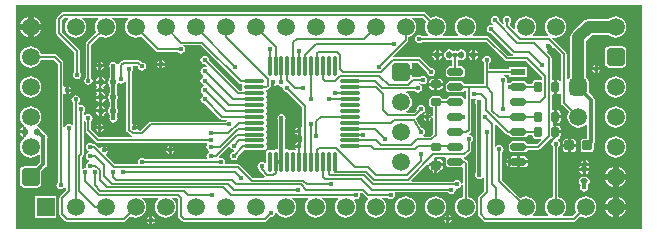
<source format=gbr>
%FSLAX25Y25*%
%MOIN*%
G70*
G01*
G75*
G04 Layer_Physical_Order=4*
G04 Layer_Color=16711680*
G04:AMPARAMS|DCode=10|XSize=110.24mil|YSize=43.31mil|CornerRadius=2.17mil|HoleSize=0mil|Usage=FLASHONLY|Rotation=0.000|XOffset=0mil|YOffset=0mil|HoleType=Round|Shape=RoundedRectangle|*
%AMROUNDEDRECTD10*
21,1,0.11024,0.03898,0,0,0.0*
21,1,0.10591,0.04331,0,0,0.0*
1,1,0.00433,0.05295,-0.01949*
1,1,0.00433,-0.05295,-0.01949*
1,1,0.00433,-0.05295,0.01949*
1,1,0.00433,0.05295,0.01949*
%
%ADD10ROUNDEDRECTD10*%
G04:AMPARAMS|DCode=11|XSize=19.69mil|YSize=23.62mil|CornerRadius=8.86mil|HoleSize=0mil|Usage=FLASHONLY|Rotation=270.000|XOffset=0mil|YOffset=0mil|HoleType=Round|Shape=RoundedRectangle|*
%AMROUNDEDRECTD11*
21,1,0.01969,0.00591,0,0,270.0*
21,1,0.00197,0.02362,0,0,270.0*
1,1,0.01772,-0.00295,-0.00098*
1,1,0.01772,-0.00295,0.00098*
1,1,0.01772,0.00295,0.00098*
1,1,0.01772,0.00295,-0.00098*
%
%ADD11ROUNDEDRECTD11*%
G04:AMPARAMS|DCode=12|XSize=110.24mil|YSize=43.31mil|CornerRadius=2.17mil|HoleSize=0mil|Usage=FLASHONLY|Rotation=270.000|XOffset=0mil|YOffset=0mil|HoleType=Round|Shape=RoundedRectangle|*
%AMROUNDEDRECTD12*
21,1,0.11024,0.03898,0,0,270.0*
21,1,0.10591,0.04331,0,0,270.0*
1,1,0.00433,-0.01949,-0.05295*
1,1,0.00433,-0.01949,0.05295*
1,1,0.00433,0.01949,0.05295*
1,1,0.00433,0.01949,-0.05295*
%
%ADD12ROUNDEDRECTD12*%
G04:AMPARAMS|DCode=13|XSize=19.69mil|YSize=23.62mil|CornerRadius=8.86mil|HoleSize=0mil|Usage=FLASHONLY|Rotation=180.000|XOffset=0mil|YOffset=0mil|HoleType=Round|Shape=RoundedRectangle|*
%AMROUNDEDRECTD13*
21,1,0.01969,0.00591,0,0,180.0*
21,1,0.00197,0.02362,0,0,180.0*
1,1,0.01772,-0.00098,0.00295*
1,1,0.01772,0.00098,0.00295*
1,1,0.01772,0.00098,-0.00295*
1,1,0.01772,-0.00098,-0.00295*
%
%ADD13ROUNDEDRECTD13*%
G04:AMPARAMS|DCode=14|XSize=23.62mil|YSize=35.43mil|CornerRadius=5.91mil|HoleSize=0mil|Usage=FLASHONLY|Rotation=90.000|XOffset=0mil|YOffset=0mil|HoleType=Round|Shape=RoundedRectangle|*
%AMROUNDEDRECTD14*
21,1,0.02362,0.02362,0,0,90.0*
21,1,0.01181,0.03543,0,0,90.0*
1,1,0.01181,0.01181,0.00591*
1,1,0.01181,0.01181,-0.00591*
1,1,0.01181,-0.01181,-0.00591*
1,1,0.01181,-0.01181,0.00591*
%
%ADD14ROUNDEDRECTD14*%
%ADD15O,0.02165X0.06890*%
%ADD16O,0.06890X0.02165*%
G04:AMPARAMS|DCode=17|XSize=41.73mil|YSize=25.59mil|CornerRadius=6.4mil|HoleSize=0mil|Usage=FLASHONLY|Rotation=0.000|XOffset=0mil|YOffset=0mil|HoleType=Round|Shape=RoundedRectangle|*
%AMROUNDEDRECTD17*
21,1,0.04173,0.01280,0,0,0.0*
21,1,0.02894,0.02559,0,0,0.0*
1,1,0.01280,0.01447,-0.00640*
1,1,0.01280,-0.01447,-0.00640*
1,1,0.01280,-0.01447,0.00640*
1,1,0.01280,0.01447,0.00640*
%
%ADD17ROUNDEDRECTD17*%
G04:AMPARAMS|DCode=18|XSize=52mil|YSize=24mil|CornerRadius=6mil|HoleSize=0mil|Usage=FLASHONLY|Rotation=0.000|XOffset=0mil|YOffset=0mil|HoleType=Round|Shape=RoundedRectangle|*
%AMROUNDEDRECTD18*
21,1,0.05200,0.01200,0,0,0.0*
21,1,0.04000,0.02400,0,0,0.0*
1,1,0.01200,0.02000,-0.00600*
1,1,0.01200,-0.02000,-0.00600*
1,1,0.01200,-0.02000,0.00600*
1,1,0.01200,0.02000,0.00600*
%
%ADD18ROUNDEDRECTD18*%
%ADD19R,0.05000X0.02400*%
G04:AMPARAMS|DCode=20|XSize=25.59mil|YSize=39.37mil|CornerRadius=6.4mil|HoleSize=0mil|Usage=FLASHONLY|Rotation=180.000|XOffset=0mil|YOffset=0mil|HoleType=Round|Shape=RoundedRectangle|*
%AMROUNDEDRECTD20*
21,1,0.02559,0.02658,0,0,180.0*
21,1,0.01280,0.03937,0,0,180.0*
1,1,0.01280,-0.00640,0.01329*
1,1,0.01280,0.00640,0.01329*
1,1,0.01280,0.00640,-0.01329*
1,1,0.01280,-0.00640,-0.01329*
%
%ADD20ROUNDEDRECTD20*%
G04:AMPARAMS|DCode=21|XSize=21.65mil|YSize=39.37mil|CornerRadius=5.41mil|HoleSize=0mil|Usage=FLASHONLY|Rotation=180.000|XOffset=0mil|YOffset=0mil|HoleType=Round|Shape=RoundedRectangle|*
%AMROUNDEDRECTD21*
21,1,0.02165,0.02854,0,0,180.0*
21,1,0.01083,0.03937,0,0,180.0*
1,1,0.01083,-0.00541,0.01427*
1,1,0.01083,0.00541,0.01427*
1,1,0.01083,0.00541,-0.01427*
1,1,0.01083,-0.00541,-0.01427*
%
%ADD21ROUNDEDRECTD21*%
%ADD22C,0.00591*%
%ADD23C,0.01181*%
%ADD24C,0.03937*%
G04:AMPARAMS|DCode=25|XSize=59.06mil|YSize=59.06mil|CornerRadius=8.86mil|HoleSize=0mil|Usage=FLASHONLY|Rotation=270.000|XOffset=0mil|YOffset=0mil|HoleType=Round|Shape=RoundedRectangle|*
%AMROUNDEDRECTD25*
21,1,0.05906,0.04134,0,0,270.0*
21,1,0.04134,0.05906,0,0,270.0*
1,1,0.01772,-0.02067,-0.02067*
1,1,0.01772,-0.02067,0.02067*
1,1,0.01772,0.02067,0.02067*
1,1,0.01772,0.02067,-0.02067*
%
%ADD25ROUNDEDRECTD25*%
%ADD26C,0.05906*%
%ADD27C,0.05906*%
%ADD28R,0.05906X0.05906*%
G04:AMPARAMS|DCode=29|XSize=59.06mil|YSize=59.06mil|CornerRadius=14.76mil|HoleSize=0mil|Usage=FLASHONLY|Rotation=270.000|XOffset=0mil|YOffset=0mil|HoleType=Round|Shape=RoundedRectangle|*
%AMROUNDEDRECTD29*
21,1,0.05906,0.02953,0,0,270.0*
21,1,0.02953,0.05906,0,0,270.0*
1,1,0.02953,-0.01476,-0.01476*
1,1,0.02953,-0.01476,0.01476*
1,1,0.02953,0.01476,0.01476*
1,1,0.02953,0.01476,-0.01476*
%
%ADD29ROUNDEDRECTD29*%
%ADD30C,0.01575*%
G04:AMPARAMS|DCode=31|XSize=31.5mil|YSize=31.5mil|CornerRadius=3.15mil|HoleSize=0mil|Usage=FLASHONLY|Rotation=0.000|XOffset=0mil|YOffset=0mil|HoleType=Round|Shape=RoundedRectangle|*
%AMROUNDEDRECTD31*
21,1,0.03150,0.02520,0,0,0.0*
21,1,0.02520,0.03150,0,0,0.0*
1,1,0.00630,0.01260,-0.01260*
1,1,0.00630,-0.01260,-0.01260*
1,1,0.00630,-0.01260,0.01260*
1,1,0.00630,0.01260,0.01260*
%
%ADD31ROUNDEDRECTD31*%
G04:AMPARAMS|DCode=32|XSize=23.62mil|YSize=35.43mil|CornerRadius=5.91mil|HoleSize=0mil|Usage=FLASHONLY|Rotation=180.000|XOffset=0mil|YOffset=0mil|HoleType=Round|Shape=RoundedRectangle|*
%AMROUNDEDRECTD32*
21,1,0.02362,0.02362,0,0,180.0*
21,1,0.01181,0.03543,0,0,180.0*
1,1,0.01181,-0.00591,0.01181*
1,1,0.01181,0.00591,0.01181*
1,1,0.01181,0.00591,-0.01181*
1,1,0.01181,-0.00591,-0.01181*
%
%ADD32ROUNDEDRECTD32*%
%ADD33O,0.01181X0.07087*%
%ADD34O,0.07087X0.01181*%
G36*
X208661Y0D02*
X0D01*
Y74803D01*
X208661D01*
Y0D01*
D02*
G37*
%LPC*%
G36*
X184102Y30183D02*
X183335D01*
X182981Y30113D01*
X182682Y29913D01*
X182482Y29613D01*
X182411Y29260D01*
Y28492D01*
X184102D01*
Y30183D01*
D02*
G37*
G36*
X186778Y27508D02*
X185087D01*
Y25817D01*
X185854D01*
X186208Y25887D01*
X186507Y26087D01*
X186707Y26387D01*
X186778Y26740D01*
Y27508D01*
D02*
G37*
G36*
X185854Y30183D02*
X185087D01*
Y28492D01*
X186778D01*
Y29260D01*
X186707Y29613D01*
X186507Y29913D01*
X186208Y30113D01*
X185854Y30183D01*
D02*
G37*
G36*
X2472Y32008D02*
X1400D01*
X1475Y31629D01*
X1802Y31140D01*
X2290Y30814D01*
X2472Y30778D01*
Y32008D01*
D02*
G37*
G36*
X5000Y41074D02*
X4075Y40952D01*
X3213Y40595D01*
X2473Y40027D01*
X1905Y39287D01*
X1548Y38425D01*
X1426Y37500D01*
X1548Y36575D01*
X1905Y35713D01*
X2473Y34973D01*
X2769Y34746D01*
X2656Y34259D01*
X2866Y34301D01*
X3063D01*
X3457Y34222D01*
Y32499D01*
Y30777D01*
X3063Y30699D01*
X2866D01*
X2656Y30741D01*
X2769Y30254D01*
X2473Y30027D01*
X1905Y29287D01*
X1548Y28425D01*
X1426Y27500D01*
X1548Y26575D01*
X1905Y25713D01*
X2473Y24973D01*
X3213Y24405D01*
X4075Y24048D01*
X5000Y23926D01*
X5925Y24048D01*
X6787Y24405D01*
X7527Y24973D01*
X7572Y25032D01*
X8046Y24871D01*
Y22249D01*
X6869Y21072D01*
X2933D01*
X2357Y20958D01*
X1869Y20631D01*
X1542Y20143D01*
X1428Y19567D01*
Y15433D01*
X1542Y14857D01*
X1869Y14369D01*
X2357Y14042D01*
X2933Y13928D01*
X7067D01*
X7643Y14042D01*
X8131Y14369D01*
X8458Y14857D01*
X8572Y15433D01*
Y19369D01*
X10102Y20898D01*
X10102Y20898D01*
X10363Y21289D01*
X10454Y21750D01*
X10454Y21750D01*
Y30023D01*
X10548Y30163D01*
X10655Y30701D01*
X10548Y31238D01*
X10243Y31694D01*
X9788Y31999D01*
X9622Y32032D01*
X8540Y33113D01*
X8489Y33371D01*
X8163Y33860D01*
X7675Y34186D01*
X7337Y34253D01*
X7224Y34740D01*
X7527Y34973D01*
X8095Y35713D01*
X8452Y36575D01*
X8574Y37500D01*
X8452Y38425D01*
X8095Y39287D01*
X7527Y40027D01*
X6787Y40595D01*
X5925Y40952D01*
X5000Y41074D01*
D02*
G37*
G36*
X189268Y23057D02*
X189222Y23048D01*
X188766Y22743D01*
X188462Y22288D01*
X188453Y22242D01*
X189268D01*
Y23057D01*
D02*
G37*
G36*
X188426Y21389D02*
X188140Y21198D01*
X187814Y20710D01*
X187778Y20527D01*
X191222D01*
X191186Y20710D01*
X190954Y21057D01*
X191058Y21212D01*
X191067Y21258D01*
X188453D01*
X188426Y21389D01*
D02*
G37*
G36*
X190252Y23057D02*
Y22242D01*
X191067D01*
X191058Y22288D01*
X190753Y22743D01*
X190297Y23048D01*
X190252Y23057D01*
D02*
G37*
G36*
X184102Y27508D02*
X182411D01*
Y26740D01*
X182482Y26387D01*
X182682Y26087D01*
X182981Y25887D01*
X183335Y25817D01*
X184102D01*
Y27508D01*
D02*
G37*
G36*
X200000Y31074D02*
X199075Y30952D01*
X198213Y30595D01*
X197473Y30027D01*
X196905Y29287D01*
X196548Y28425D01*
X196426Y27500D01*
X196548Y26575D01*
X196905Y25713D01*
X197473Y24973D01*
X198213Y24405D01*
X199075Y24048D01*
X200000Y23926D01*
X200925Y24048D01*
X201787Y24405D01*
X202527Y24973D01*
X203095Y25713D01*
X203452Y26575D01*
X203574Y27500D01*
X203452Y28425D01*
X203095Y29287D01*
X202527Y30027D01*
X201787Y30595D01*
X200925Y30952D01*
X200000Y31074D01*
D02*
G37*
G36*
X27508Y33358D02*
X26693D01*
X26702Y33313D01*
X27007Y32857D01*
X27462Y32552D01*
X27508Y32543D01*
Y33358D01*
D02*
G37*
G36*
X27909Y39008D02*
X26837D01*
X26912Y38629D01*
X27239Y38140D01*
X27727Y37814D01*
X27909Y37778D01*
Y39008D01*
D02*
G37*
G36*
X39992Y35157D02*
Y34343D01*
X40807D01*
X40798Y34388D01*
X40494Y34844D01*
X40038Y35148D01*
X39992Y35157D01*
D02*
G37*
G36*
X29966Y39008D02*
X28894D01*
Y37778D01*
X29076Y37814D01*
X29564Y38140D01*
X29891Y38629D01*
X29966Y39008D01*
D02*
G37*
G36*
X27909Y41222D02*
X27727Y41186D01*
X27239Y40860D01*
X26912Y40371D01*
X26837Y39992D01*
X27909D01*
Y41222D01*
D02*
G37*
G36*
X180496Y39885D02*
X180398D01*
Y37992D01*
X181700D01*
Y38681D01*
X181609Y39142D01*
X181348Y39533D01*
X180957Y39794D01*
X180496Y39885D01*
D02*
G37*
G36*
X2472Y34222D02*
X2290Y34186D01*
X1802Y33860D01*
X1475Y33371D01*
X1400Y32992D01*
X2472D01*
Y34222D01*
D02*
G37*
G36*
X29307Y33358D02*
X28492D01*
Y32543D01*
X28538Y32552D01*
X28993Y32857D01*
X29298Y33313D01*
X29307Y33358D01*
D02*
G37*
G36*
X200000Y41074D02*
X199075Y40952D01*
X198213Y40595D01*
X197473Y40027D01*
X196905Y39287D01*
X196548Y38425D01*
X196426Y37500D01*
X196548Y36575D01*
X196905Y35713D01*
X197473Y34973D01*
X198213Y34405D01*
X199075Y34048D01*
X200000Y33926D01*
X200925Y34048D01*
X201787Y34405D01*
X202527Y34973D01*
X203095Y35713D01*
X203452Y36575D01*
X203574Y37500D01*
X203452Y38425D01*
X203095Y39287D01*
X202527Y40027D01*
X201787Y40595D01*
X200925Y40952D01*
X200000Y41074D01*
D02*
G37*
G36*
X28492Y35157D02*
Y34343D01*
X29307D01*
X29298Y34388D01*
X28993Y34844D01*
X28538Y35148D01*
X28492Y35157D01*
D02*
G37*
G36*
X27508D02*
X27462Y35148D01*
X27007Y34844D01*
X26702Y34388D01*
X26693Y34343D01*
X27508D01*
Y35157D01*
D02*
G37*
G36*
X200984Y20928D02*
Y18484D01*
X203428D01*
X203095Y19287D01*
X202527Y20027D01*
X201787Y20595D01*
X200984Y20928D01*
D02*
G37*
G36*
X130000Y11074D02*
X129075Y10952D01*
X128213Y10595D01*
X127473Y10027D01*
X126905Y9287D01*
X126548Y8425D01*
X126426Y7500D01*
X126548Y6575D01*
X126905Y5713D01*
X127473Y4973D01*
X128213Y4405D01*
X129075Y4048D01*
X130000Y3926D01*
X130925Y4048D01*
X131787Y4405D01*
X132527Y4973D01*
X133095Y5713D01*
X133452Y6575D01*
X133574Y7500D01*
X133452Y8425D01*
X133095Y9287D01*
X132527Y10027D01*
X131787Y10595D01*
X130925Y10952D01*
X130000Y11074D01*
D02*
G37*
G36*
X45492Y4307D02*
Y3492D01*
X46307D01*
X46298Y3538D01*
X45994Y3993D01*
X45538Y4298D01*
X45492Y4307D01*
D02*
G37*
G36*
X140000Y11074D02*
X139075Y10952D01*
X138213Y10595D01*
X137473Y10027D01*
X136905Y9287D01*
X136548Y8425D01*
X136426Y7500D01*
X136548Y6575D01*
X136905Y5713D01*
X137473Y4973D01*
X138213Y4405D01*
X139075Y4048D01*
X140000Y3926D01*
X140925Y4048D01*
X141787Y4405D01*
X142527Y4973D01*
X143095Y5713D01*
X143452Y6575D01*
X143574Y7500D01*
X143452Y8425D01*
X143095Y9287D01*
X142527Y10027D01*
X141787Y10595D01*
X140925Y10952D01*
X140000Y11074D01*
D02*
G37*
G36*
X143508Y4807D02*
X143462Y4798D01*
X143007Y4493D01*
X142702Y4038D01*
X142693Y3992D01*
X143508D01*
Y4807D01*
D02*
G37*
G36*
X13543Y11043D02*
X6457D01*
Y3957D01*
X13543D01*
Y11043D01*
D02*
G37*
G36*
X46307Y2508D02*
X45492D01*
Y1693D01*
X45538Y1702D01*
X45994Y2007D01*
X46298Y2462D01*
X46307Y2508D01*
D02*
G37*
G36*
X44508D02*
X43693D01*
X43702Y2462D01*
X44006Y2007D01*
X44462Y1702D01*
X44508Y1693D01*
Y2508D01*
D02*
G37*
G36*
X143508Y3008D02*
X142693D01*
X142702Y2962D01*
X143007Y2507D01*
X143462Y2202D01*
X143508Y2193D01*
Y3008D01*
D02*
G37*
G36*
X44508Y4307D02*
X44462Y4298D01*
X44006Y3993D01*
X43702Y3538D01*
X43693Y3492D01*
X44508D01*
Y4307D01*
D02*
G37*
G36*
X145307Y3008D02*
X144492D01*
Y2193D01*
X144538Y2202D01*
X144993Y2507D01*
X145298Y2962D01*
X145307Y3008D01*
D02*
G37*
G36*
X144492Y4807D02*
Y3992D01*
X145307D01*
X145298Y4038D01*
X144993Y4493D01*
X144538Y4798D01*
X144492Y4807D01*
D02*
G37*
G36*
X203428Y16516D02*
X200984D01*
Y14073D01*
X201787Y14405D01*
X202527Y14973D01*
X203095Y15713D01*
X203428Y16516D01*
D02*
G37*
G36*
X199016D02*
X196572D01*
X196905Y15713D01*
X197473Y14973D01*
X198213Y14405D01*
X199016Y14073D01*
Y16516D01*
D02*
G37*
G36*
X189008Y19543D02*
X187778D01*
X187814Y19361D01*
X188140Y18873D01*
X188629Y18546D01*
X189008Y18471D01*
Y19543D01*
D02*
G37*
G36*
X199016Y20928D02*
X198213Y20595D01*
X197473Y20027D01*
X196905Y19287D01*
X196572Y18484D01*
X199016D01*
Y20928D01*
D02*
G37*
G36*
X191222Y19543D02*
X189992D01*
Y18471D01*
X190371Y18546D01*
X190860Y18873D01*
X191186Y19361D01*
X191222Y19543D01*
D02*
G37*
G36*
X203428Y6516D02*
X200984D01*
Y4073D01*
X201787Y4405D01*
X202527Y4973D01*
X203095Y5713D01*
X203428Y6516D01*
D02*
G37*
G36*
X199016D02*
X196572D01*
X196905Y5713D01*
X197473Y4973D01*
X198213Y4405D01*
X199016Y4073D01*
Y6516D01*
D02*
G37*
G36*
Y10927D02*
X198213Y10595D01*
X197473Y10027D01*
X196905Y9287D01*
X196572Y8484D01*
X199016D01*
Y10927D01*
D02*
G37*
G36*
X189795Y17604D02*
X189205D01*
X188629Y17489D01*
X188140Y17163D01*
X187814Y16675D01*
X187699Y16098D01*
Y15902D01*
X187814Y15326D01*
X188140Y14837D01*
X188296Y14733D01*
X188296Y14733D01*
X188202Y14538D01*
X188202Y14538D01*
X188202Y14538D01*
X188095Y14000D01*
X188202Y13462D01*
X188506Y13006D01*
X188962Y12702D01*
X189500Y12595D01*
X190038Y12702D01*
X190494Y13006D01*
X190798Y13462D01*
X190905Y14000D01*
X190798Y14538D01*
X190704Y14678D01*
Y14733D01*
X190860Y14837D01*
X191186Y15326D01*
X191301Y15902D01*
Y16098D01*
X191186Y16675D01*
X190860Y17163D01*
X190371Y17489D01*
X189795Y17604D01*
D02*
G37*
G36*
X200984Y10927D02*
Y8484D01*
X203428D01*
X203095Y9287D01*
X202527Y10027D01*
X201787Y10595D01*
X200984Y10927D01*
D02*
G37*
G36*
X28894Y41222D02*
Y39992D01*
X29966D01*
X29891Y40371D01*
X29564Y40860D01*
X29076Y41186D01*
X28894Y41222D01*
D02*
G37*
G36*
X49661Y54508D02*
X48846D01*
Y53693D01*
X48892Y53702D01*
X49348Y54007D01*
X49652Y54462D01*
X49661Y54508D01*
D02*
G37*
G36*
X47862D02*
X47047D01*
X47056Y54462D01*
X47361Y54007D01*
X47817Y53702D01*
X47862Y53693D01*
Y54508D01*
D02*
G37*
G36*
X202067Y61072D02*
X197933D01*
X197357Y60958D01*
X196869Y60631D01*
X196542Y60143D01*
X196428Y59567D01*
Y55433D01*
X196542Y54857D01*
X196869Y54369D01*
X197357Y54042D01*
X197933Y53928D01*
X202067D01*
X202643Y54042D01*
X203131Y54369D01*
X203458Y54857D01*
X203572Y55433D01*
Y59567D01*
X203458Y60143D01*
X203131Y60631D01*
X202643Y60958D01*
X202067Y61072D01*
D02*
G37*
G36*
X193992Y54807D02*
Y53992D01*
X194807D01*
X194798Y54038D01*
X194493Y54493D01*
X194038Y54798D01*
X193992Y54807D01*
D02*
G37*
G36*
X193008D02*
X192962Y54798D01*
X192507Y54493D01*
X192202Y54038D01*
X192193Y53992D01*
X193008D01*
Y54807D01*
D02*
G37*
G36*
Y53008D02*
X192193D01*
X192202Y52962D01*
X192507Y52507D01*
X192962Y52202D01*
X193008Y52193D01*
Y53008D01*
D02*
G37*
G36*
X28894Y50722D02*
Y49492D01*
X29966D01*
X29891Y49871D01*
X29564Y50360D01*
X29076Y50686D01*
X28894Y50722D01*
D02*
G37*
G36*
X194807Y53008D02*
X193992D01*
Y52193D01*
X194038Y52202D01*
X194493Y52507D01*
X194798Y52962D01*
X194807Y53008D01*
D02*
G37*
G36*
X29307Y54008D02*
X28492D01*
Y53193D01*
X28538Y53202D01*
X28993Y53507D01*
X29298Y53962D01*
X29307Y54008D01*
D02*
G37*
G36*
X27508D02*
X26693D01*
X26702Y53962D01*
X27007Y53507D01*
X27462Y53202D01*
X27508Y53193D01*
Y54008D01*
D02*
G37*
G36*
X4016Y66516D02*
X1572D01*
X1905Y65713D01*
X2473Y64973D01*
X3213Y64405D01*
X4016Y64073D01*
Y66516D01*
D02*
G37*
G36*
X15750Y72403D02*
X15462Y72346D01*
X15404Y72334D01*
X15111Y72139D01*
X13861Y70889D01*
X13666Y70596D01*
X13597Y70250D01*
Y65500D01*
X13597Y65500D01*
X13597D01*
X13666Y65154D01*
X13861Y64861D01*
X19597Y59126D01*
Y52554D01*
X19507Y52493D01*
X19202Y52038D01*
X19095Y51500D01*
X19202Y50962D01*
X19507Y50507D01*
X19962Y50202D01*
X20500Y50095D01*
X21038Y50202D01*
X21494Y50507D01*
X21798Y50962D01*
X21905Y51500D01*
X21798Y52038D01*
X21494Y52493D01*
X21403Y52554D01*
Y59500D01*
X21334Y59846D01*
X21139Y60139D01*
X15403Y65874D01*
Y69876D01*
X16124Y70597D01*
X17438D01*
X17598Y70123D01*
X17473Y70027D01*
X16905Y69287D01*
X16548Y68425D01*
X16426Y67500D01*
X16548Y66575D01*
X16905Y65713D01*
X17473Y64973D01*
X18213Y64405D01*
X19075Y64048D01*
X20000Y63926D01*
X20925Y64048D01*
X21787Y64405D01*
X22527Y64973D01*
X23095Y65713D01*
X23452Y66575D01*
X23574Y67500D01*
X23452Y68425D01*
X23095Y69287D01*
X22527Y70027D01*
X21787Y70595D01*
D01*
X21787D01*
X21787Y70597D01*
X27438D01*
X27598Y70123D01*
X27473Y70027D01*
X26905Y69287D01*
X26548Y68425D01*
X26426Y67500D01*
X26548Y66575D01*
X26905Y65713D01*
X26918Y65696D01*
X23611Y62389D01*
X23416Y62096D01*
X23347Y61750D01*
Y50652D01*
X23257Y50592D01*
X22952Y50136D01*
X22845Y49598D01*
X22952Y49061D01*
X23257Y48605D01*
X23712Y48300D01*
X24250Y48193D01*
X24788Y48300D01*
X25243Y48605D01*
X25548Y49061D01*
X25655Y49598D01*
X25548Y50136D01*
X25243Y50592D01*
X25153Y50652D01*
Y61376D01*
X28196Y64418D01*
X28213Y64405D01*
X29075Y64048D01*
X30000Y63926D01*
X30925Y64048D01*
X31787Y64405D01*
X32527Y64973D01*
X33095Y65713D01*
X33452Y66575D01*
X33574Y67500D01*
X33452Y68425D01*
X33095Y69287D01*
X32527Y70027D01*
X31787Y70595D01*
D01*
X31787D01*
X31787Y70597D01*
X37438D01*
X37598Y70123D01*
X37473Y70027D01*
X36905Y69287D01*
X36548Y68425D01*
X36426Y67500D01*
X36548Y66575D01*
X36905Y65713D01*
X37473Y64973D01*
X38213Y64405D01*
X39075Y64048D01*
X40000Y63926D01*
X40925Y64048D01*
X41787Y64405D01*
X41804Y64418D01*
X46861Y59361D01*
X47154Y59166D01*
X47500Y59097D01*
X53946D01*
X54007Y59007D01*
X54462Y58702D01*
X55000Y58595D01*
X55538Y58702D01*
X55993Y59007D01*
X56298Y59462D01*
X56405Y60000D01*
X56298Y60538D01*
X55993Y60993D01*
X55538Y61298D01*
X55538Y61298D01*
X55538D01*
Y61298D01*
X55542Y61347D01*
X61876D01*
X74535Y48688D01*
X74535D01*
X74535Y48688D01*
X74535D01*
X74535Y48688D01*
Y48688D01*
X74535Y48688D01*
Y48688D01*
X74828Y48492D01*
X75173Y48424D01*
X75363D01*
X75599Y47983D01*
X75490Y47819D01*
X75398Y47358D01*
X75490Y46897D01*
X75599Y46734D01*
X75363Y46293D01*
X74484D01*
X64384Y56393D01*
X64405Y56500D01*
X64298Y57038D01*
X63993Y57493D01*
X63538Y57798D01*
X63000Y57905D01*
X62462Y57798D01*
X62007Y57493D01*
X61702Y57038D01*
X61595Y56500D01*
X61702Y55962D01*
X62007Y55507D01*
X62462Y55202D01*
X63000Y55095D01*
X63107Y55116D01*
X63724Y54499D01*
X63488Y54058D01*
X63000Y54155D01*
X62462Y54048D01*
X62007Y53743D01*
X61702Y53288D01*
X61595Y52750D01*
X61702Y52212D01*
X62007Y51757D01*
X62462Y51452D01*
X62602Y51424D01*
Y50924D01*
X62462Y50896D01*
X62007Y50592D01*
X61702Y50136D01*
X61595Y49598D01*
X61702Y49061D01*
X62007Y48605D01*
X62462Y48300D01*
X62623Y48268D01*
Y47769D01*
X62514Y47747D01*
X62058Y47442D01*
X61753Y46986D01*
X61646Y46449D01*
X61753Y45911D01*
X62058Y45455D01*
X62514Y45151D01*
X62598Y45134D01*
Y44634D01*
X62413Y44597D01*
X61957Y44293D01*
X61653Y43837D01*
X61546Y43299D01*
X61653Y42762D01*
X61957Y42306D01*
X62413Y42001D01*
X62951Y41894D01*
X63057Y41916D01*
X68096Y36877D01*
X68096Y36877D01*
X68389Y36681D01*
X68446Y36670D01*
X68734Y36613D01*
X68734Y36613D01*
X70322D01*
X70415Y36305D01*
X70117Y35903D01*
X45250D01*
X44904Y35834D01*
X44611Y35639D01*
X41876Y32903D01*
X41017D01*
X40798Y33313D01*
X40807Y33358D01*
X39499D01*
Y33849D01*
X39008D01*
Y35158D01*
X39039Y35164D01*
X38653Y35481D01*
Y52446D01*
X38743Y52507D01*
X39048Y52962D01*
X39155Y53500D01*
X39048Y54038D01*
X38959Y54170D01*
X39237Y54586D01*
X40650Y54305D01*
X40757Y53768D01*
X41062Y53312D01*
X41517Y53007D01*
X42055Y52900D01*
X42593Y53007D01*
X43049Y53312D01*
X43353Y53768D01*
X43460Y54305D01*
X43353Y54843D01*
X43049Y55299D01*
X42593Y55603D01*
X42055Y55710D01*
X41949Y55689D01*
X41499Y56139D01*
X41206Y56334D01*
X40860Y56403D01*
X36000D01*
X35654Y56334D01*
X35361Y56139D01*
X34611Y55389D01*
X34416Y55096D01*
X34347Y54750D01*
D01*
X33904Y55038D01*
X33600Y55493D01*
X33144Y55798D01*
X32606Y55905D01*
X32069Y55798D01*
X31613Y55493D01*
X31308Y55038D01*
X31201Y54500D01*
X31308Y53962D01*
X31402Y53822D01*
Y50445D01*
X31274Y50360D01*
X30948Y49871D01*
X30833Y49295D01*
Y48705D01*
X30948Y48129D01*
X31274Y47640D01*
X31402Y47555D01*
Y45445D01*
X31274Y45360D01*
X30948Y44871D01*
X30833Y44295D01*
Y43705D01*
X30948Y43129D01*
X31274Y42640D01*
X31402Y42555D01*
Y40945D01*
X31274Y40860D01*
X30948Y40371D01*
X30833Y39795D01*
Y39205D01*
X30948Y38629D01*
X31274Y38140D01*
X31402Y38055D01*
Y37678D01*
X31308Y37538D01*
X31201Y37000D01*
X31308Y36462D01*
X31613Y36007D01*
X32069Y35702D01*
X32606Y35595D01*
X33144Y35702D01*
X33600Y36007D01*
X33904Y36462D01*
X34011Y37000D01*
X33904Y37538D01*
X33810Y37678D01*
Y38456D01*
X33926Y38629D01*
X34041Y39205D01*
Y39795D01*
X33926Y40371D01*
X33810Y40544D01*
Y42956D01*
X33926Y43129D01*
X34041Y43705D01*
Y44295D01*
X33926Y44871D01*
X33810Y45044D01*
Y47956D01*
X33926Y48129D01*
X34031Y48657D01*
X34146Y48705D01*
X34708Y48705D01*
X34712Y48702D01*
X35250Y48595D01*
X35788Y48702D01*
X36244Y49007D01*
X36368Y49194D01*
X36847Y49048D01*
Y33234D01*
X36847Y33234D01*
X36847D01*
X36916Y32888D01*
X37111Y32595D01*
X38345Y31361D01*
X38345D01*
X38345Y31361D01*
X38346Y31361D01*
Y31361D01*
X38638Y31166D01*
X38696Y31154D01*
X38713Y31151D01*
X38664Y30653D01*
X27874D01*
X25153Y33374D01*
Y35946D01*
X25243Y36007D01*
X25548Y36462D01*
X25655Y37000D01*
X25548Y37538D01*
X25243Y37993D01*
X24788Y38298D01*
X24250Y38405D01*
X23712Y38298D01*
X23257Y37993D01*
X23132Y37806D01*
X22653Y37952D01*
Y39096D01*
X22743Y39156D01*
X23048Y39612D01*
X23155Y40150D01*
X23048Y40687D01*
X22743Y41143D01*
X22288Y41448D01*
X21750Y41555D01*
X21290Y41463D01*
X20903Y41780D01*
Y42245D01*
X20993Y42306D01*
X21298Y42762D01*
X21405Y43299D01*
X21298Y43837D01*
X20993Y44293D01*
X20538Y44597D01*
X20000Y44704D01*
X19462Y44597D01*
X19006Y44293D01*
X18702Y43837D01*
X18595Y43299D01*
X18702Y42762D01*
X19006Y42306D01*
X19097Y42245D01*
Y35138D01*
X18656Y34902D01*
X18288Y35148D01*
X17750Y35255D01*
X17212Y35148D01*
X16757Y34844D01*
X16452Y34388D01*
X16401Y34130D01*
X15903Y34179D01*
Y45161D01*
X16344Y45397D01*
X16712Y45151D01*
X16758Y45142D01*
Y46448D01*
Y47756D01*
X16712Y47747D01*
X16344Y47501D01*
X15903Y47736D01*
Y55500D01*
X15903Y55500D01*
X15846Y55788D01*
X15834Y55846D01*
X15639Y56139D01*
X13639Y58139D01*
X13346Y58334D01*
X13000Y58403D01*
X8455D01*
X8452Y58425D01*
X8095Y59287D01*
X7527Y60027D01*
X6787Y60595D01*
X5925Y60952D01*
X5000Y61074D01*
X4075Y60952D01*
X3213Y60595D01*
X2473Y60027D01*
X1905Y59287D01*
X1548Y58425D01*
X1426Y57500D01*
X1548Y56575D01*
X1905Y55713D01*
X2473Y54973D01*
X3213Y54405D01*
X4075Y54048D01*
X5000Y53926D01*
X5925Y54048D01*
X6787Y54405D01*
X7527Y54973D01*
X8095Y55713D01*
X8452Y56575D01*
X8455Y56597D01*
X12626D01*
X14097Y55126D01*
Y15810D01*
X14006Y15749D01*
X13702Y15294D01*
X13595Y14756D01*
X13702Y14218D01*
X14006Y13762D01*
X14462Y13458D01*
X15000Y13351D01*
X15538Y13458D01*
X15993Y13762D01*
X16298Y14218D01*
X16349Y14476D01*
X16847Y14427D01*
Y13124D01*
X14861Y11139D01*
X14666Y10846D01*
X14597Y10500D01*
Y5000D01*
X14597Y5000D01*
X14597D01*
X14666Y4654D01*
X14861Y4361D01*
X16361Y2861D01*
X16654Y2666D01*
X17000Y2597D01*
X36000D01*
X36346Y2666D01*
X36639Y2861D01*
X36639Y2861D01*
X36639Y2861D01*
X38196Y4418D01*
X38213Y4405D01*
X39075Y4048D01*
X40000Y3926D01*
X40925Y4048D01*
X41787Y4405D01*
X42527Y4973D01*
X43095Y5713D01*
X43452Y6575D01*
X43574Y7500D01*
X43452Y8425D01*
X43095Y9287D01*
X42527Y10027D01*
X41787Y10595D01*
D01*
X41787D01*
X41787Y10597D01*
X47438D01*
X47598Y10123D01*
X47473Y10027D01*
X46905Y9287D01*
X46548Y8425D01*
X46426Y7500D01*
X46548Y6575D01*
X46905Y5713D01*
X47473Y4973D01*
X48213Y4405D01*
X49075Y4048D01*
X50000Y3926D01*
X50925Y4048D01*
X51787Y4405D01*
X52527Y4973D01*
X53095Y5713D01*
X53452Y6575D01*
X53574Y7500D01*
X53452Y8425D01*
X53095Y9287D01*
X52527Y10027D01*
X51787Y10595D01*
D01*
X51787D01*
X51787Y10597D01*
X53626D01*
X54097Y10126D01*
Y4500D01*
X54097Y4500D01*
X54097D01*
X54166Y4154D01*
X54361Y3861D01*
X55361Y2861D01*
X55654Y2666D01*
X56000Y2597D01*
X83000D01*
X83346Y2666D01*
X83639Y2861D01*
X83639Y2861D01*
X83639Y2861D01*
X84894Y4116D01*
X85000Y4095D01*
X85538Y4202D01*
X85993Y4507D01*
X86298Y4962D01*
X86405Y5500D01*
X86359Y5731D01*
X86838Y5876D01*
X86905Y5713D01*
X87473Y4973D01*
X88213Y4405D01*
X89075Y4048D01*
X90000Y3926D01*
X90925Y4048D01*
X91787Y4405D01*
X92527Y4973D01*
X93095Y5713D01*
X93452Y6575D01*
X93574Y7500D01*
X93452Y8425D01*
X93095Y9287D01*
X92527Y10027D01*
X91787Y10595D01*
D01*
X91787D01*
X91787Y10597D01*
X97438D01*
X97598Y10123D01*
X97473Y10027D01*
X96905Y9287D01*
X96548Y8425D01*
X96426Y7500D01*
X96548Y6575D01*
X96905Y5713D01*
X97473Y4973D01*
X98213Y4405D01*
X99075Y4048D01*
X100000Y3926D01*
X100925Y4048D01*
X101787Y4405D01*
X102527Y4973D01*
X103095Y5713D01*
X103452Y6575D01*
X103574Y7500D01*
X103452Y8425D01*
X103095Y9287D01*
X102527Y10027D01*
X101787Y10595D01*
D01*
X101787D01*
X101787Y10597D01*
X107438D01*
X107598Y10123D01*
X107473Y10027D01*
X106905Y9287D01*
X106548Y8425D01*
X106426Y7500D01*
X106548Y6575D01*
X106905Y5713D01*
X107473Y4973D01*
X108213Y4405D01*
X109075Y4048D01*
X110000Y3926D01*
X110925Y4048D01*
X111787Y4405D01*
X112527Y4973D01*
X113095Y5713D01*
X113452Y6575D01*
X113574Y7500D01*
X113452Y8425D01*
X113095Y9287D01*
X112722Y9773D01*
X112986Y10197D01*
X113500Y10095D01*
X114038Y10202D01*
X114494Y10507D01*
X114798Y10962D01*
X114905Y11500D01*
X114798Y12038D01*
X114909Y12246D01*
X115404Y12319D01*
X116861Y10861D01*
X116861Y10861D01*
X117154Y10666D01*
X117474Y10602D01*
X117500Y10490D01*
X117500Y10048D01*
X117473Y10027D01*
X116905Y9287D01*
X116548Y8425D01*
X116426Y7500D01*
X116548Y6575D01*
X116905Y5713D01*
X117473Y4973D01*
X118213Y4405D01*
X119075Y4048D01*
X120000Y3926D01*
X120925Y4048D01*
X121787Y4405D01*
X122527Y4973D01*
X123095Y5713D01*
X123452Y6575D01*
X123574Y7500D01*
X123452Y8425D01*
X123095Y9287D01*
X122527Y10027D01*
X121787Y10595D01*
D01*
X121787D01*
X121787Y10597D01*
X123946D01*
X124006Y10507D01*
X124462Y10202D01*
X125000Y10095D01*
X125538Y10202D01*
X125994Y10507D01*
X126298Y10962D01*
X126405Y11500D01*
X126298Y12038D01*
X126463Y12347D01*
X144196D01*
X144256Y12257D01*
X144712Y11952D01*
X145250Y11845D01*
X145788Y11952D01*
X146244Y12257D01*
X146548Y12712D01*
X146655Y13250D01*
X146647Y13291D01*
X147000Y13645D01*
X147250Y13595D01*
X147788Y13702D01*
X148243Y14006D01*
X148548Y14462D01*
X148599Y14720D01*
X149097Y14671D01*
Y10955D01*
X149075Y10952D01*
X148213Y10595D01*
X147473Y10027D01*
X146905Y9287D01*
X146548Y8425D01*
X146426Y7500D01*
X146548Y6575D01*
X146905Y5713D01*
X147473Y4973D01*
X148213Y4405D01*
X149075Y4048D01*
X150000Y3926D01*
X150925Y4048D01*
X151787Y4405D01*
X152527Y4973D01*
X153095Y5713D01*
X153452Y6575D01*
X153574Y7500D01*
X153452Y8425D01*
X153095Y9287D01*
X152527Y10027D01*
X151787Y10595D01*
X150925Y10952D01*
X150903Y10955D01*
Y22000D01*
X150903Y22000D01*
X150846Y22288D01*
X150834Y22346D01*
X150639Y22639D01*
X150139Y23139D01*
X149846Y23334D01*
X149660Y23371D01*
X149621Y23564D01*
X149358Y23958D01*
X149400Y24097D01*
X149500D01*
X149846Y24166D01*
X150139Y24361D01*
X150139Y24361D01*
X150139Y24361D01*
X151639Y25861D01*
X151834Y26154D01*
X151903Y26500D01*
X151903Y26500D01*
X151903Y26500D01*
Y26500D01*
Y29196D01*
X151994Y29256D01*
X152298Y29712D01*
X152405Y30250D01*
X152298Y30788D01*
X151994Y31244D01*
X151538Y31548D01*
X151021Y31651D01*
D01*
X151021Y31651D01*
D01*
X151012Y31673D01*
X151639Y32611D01*
X151639Y32611D01*
X151639D01*
X151834Y32904D01*
X151903Y33250D01*
Y43369D01*
X152290Y43687D01*
X152750Y43595D01*
X153060Y43657D01*
X153338Y43241D01*
X153202Y43038D01*
X153095Y42500D01*
X153202Y41962D01*
X153296Y41822D01*
Y18928D01*
X153202Y18788D01*
X153095Y18250D01*
X153202Y17712D01*
X153507Y17256D01*
X153962Y16952D01*
X154500Y16845D01*
X155038Y16952D01*
X155493Y17256D01*
X155618Y17444D01*
X156097Y17298D01*
Y12874D01*
X154361Y11139D01*
X154166Y10846D01*
X154097Y10500D01*
Y5000D01*
X154097Y5000D01*
X154097D01*
X154166Y4654D01*
X154361Y4361D01*
X155861Y2861D01*
X156154Y2666D01*
X156500Y2597D01*
X186000D01*
X186346Y2666D01*
X186639Y2861D01*
X186639Y2861D01*
X186639Y2861D01*
X188196Y4418D01*
X188213Y4405D01*
X189075Y4048D01*
X190000Y3926D01*
X190925Y4048D01*
X191787Y4405D01*
X192527Y4973D01*
X193095Y5713D01*
X193452Y6575D01*
X193574Y7500D01*
X193452Y8425D01*
X193095Y9287D01*
X192527Y10027D01*
X191787Y10595D01*
X190925Y10952D01*
X190000Y11074D01*
X189075Y10952D01*
X188213Y10595D01*
X187473Y10027D01*
X186905Y9287D01*
X186548Y8425D01*
X186426Y7500D01*
X186548Y6575D01*
X186905Y5713D01*
X186918Y5696D01*
X185626Y4403D01*
X182562D01*
X182402Y4877D01*
X182527Y4973D01*
X183095Y5713D01*
X183452Y6575D01*
X183574Y7500D01*
X183452Y8425D01*
X183095Y9287D01*
X182527Y10027D01*
X181787Y10595D01*
X180925Y10952D01*
X180903Y10955D01*
Y27446D01*
X180993Y27507D01*
X181298Y27962D01*
X181405Y28500D01*
X181298Y29038D01*
X180993Y29493D01*
X180706Y29685D01*
X180804Y30176D01*
X180957Y30206D01*
X181348Y30467D01*
X181609Y30858D01*
X181700Y31319D01*
Y32008D01*
X179904D01*
Y32992D01*
X181700D01*
Y33681D01*
X181609Y34142D01*
X181348Y34533D01*
X181233Y34609D01*
X181213Y34508D01*
X179904D01*
Y35492D01*
X181213D01*
X181233Y35391D01*
X181348Y35467D01*
X181609Y35858D01*
X181700Y36319D01*
Y37008D01*
X179904D01*
Y37499D01*
X179413D01*
Y39885D01*
X179315D01*
X179040Y39831D01*
X178653Y40148D01*
Y44852D01*
X179040Y45169D01*
X179315Y45115D01*
X179413D01*
Y47499D01*
Y49885D01*
X179315D01*
X179040Y49831D01*
X178653Y50148D01*
Y57250D01*
X178584Y57596D01*
X178389Y57889D01*
X177088Y59189D01*
X177324Y59630D01*
X177008Y59693D01*
Y61001D01*
X177499D01*
Y61492D01*
X178480D01*
X178888Y61084D01*
X178905Y61000D01*
X178813Y60536D01*
X179291Y60681D01*
X181847Y58126D01*
Y49647D01*
X181368Y49502D01*
X181348Y49533D01*
X180957Y49794D01*
X180496Y49885D01*
X180398D01*
Y47499D01*
Y45115D01*
X180496D01*
X180957Y45206D01*
X181348Y45467D01*
X181368Y45498D01*
X181847Y45353D01*
Y42250D01*
X181916Y41904D01*
X182111Y41611D01*
X184418Y39304D01*
X184405Y39287D01*
X184048Y38425D01*
X183926Y37500D01*
X184048Y36575D01*
X184405Y35713D01*
X184973Y34973D01*
X185713Y34405D01*
X186575Y34048D01*
X187500Y33926D01*
X188425Y34048D01*
X189287Y34405D01*
X190027Y34973D01*
X190072Y35032D01*
X190546Y34871D01*
Y31178D01*
X190452Y31038D01*
X190345Y30500D01*
X190085Y30183D01*
X189240D01*
X188887Y30113D01*
X188587Y29913D01*
X188387Y29613D01*
X188317Y29260D01*
Y26740D01*
X188387Y26387D01*
X188587Y26087D01*
X188887Y25887D01*
X189240Y25817D01*
X191760D01*
X192113Y25887D01*
X192413Y26087D01*
X192613Y26387D01*
X192683Y26740D01*
Y28521D01*
X192863Y28789D01*
X192954Y29250D01*
X192954Y29250D01*
Y29822D01*
X193048Y29962D01*
X193155Y30500D01*
X193048Y31038D01*
X192954Y31178D01*
Y43250D01*
X192954Y43250D01*
X192863Y43711D01*
X192602Y44102D01*
X192602Y44102D01*
X191017Y45686D01*
X191084Y46024D01*
Y48976D01*
X190923Y49783D01*
X190466Y50467D01*
X190081Y50724D01*
Y62931D01*
X192069Y64919D01*
X197543D01*
X198213Y64405D01*
X199075Y64048D01*
X200000Y63926D01*
X200925Y64048D01*
X201787Y64405D01*
X202527Y64973D01*
X203095Y65713D01*
X203452Y66575D01*
X203574Y67500D01*
X203452Y68425D01*
X203095Y69287D01*
X202527Y70027D01*
X201787Y70595D01*
X200925Y70952D01*
X200000Y71074D01*
X199075Y70952D01*
X198213Y70595D01*
X197543Y70081D01*
X191000D01*
X190332Y69993D01*
X190074Y69886D01*
X189709Y69735D01*
X189175Y69325D01*
X185675Y65825D01*
X185265Y65291D01*
X185114Y64926D01*
X185007Y64668D01*
X184919Y64000D01*
Y50724D01*
X184534Y50467D01*
X184132Y49865D01*
X183653Y50010D01*
Y58500D01*
X183584Y58846D01*
X183389Y59139D01*
X178939Y63588D01*
X179160Y64037D01*
X180000Y63926D01*
X180925Y64048D01*
X181787Y64405D01*
X182527Y64973D01*
X183095Y65713D01*
X183452Y66575D01*
X183574Y67500D01*
X183452Y68425D01*
X183095Y69287D01*
X182527Y70027D01*
X181787Y70595D01*
X180925Y70952D01*
X180000Y71074D01*
X179075Y70952D01*
X178213Y70595D01*
X177473Y70027D01*
X176905Y69287D01*
X176548Y68425D01*
X176426Y67500D01*
X176548Y66575D01*
X176905Y65713D01*
X177473Y64973D01*
X177598Y64877D01*
X177438Y64403D01*
X172562D01*
X172402Y64877D01*
X172527Y64973D01*
X173095Y65713D01*
X173452Y66575D01*
X173574Y67500D01*
X173452Y68425D01*
X173095Y69287D01*
X172527Y70027D01*
X171787Y70595D01*
X170925Y70952D01*
X170000Y71074D01*
X169075Y70952D01*
X168213Y70595D01*
X167473Y70027D01*
X166905Y69287D01*
X166548Y68425D01*
X166426Y67500D01*
X166499Y66948D01*
X166050Y66727D01*
X164653Y68124D01*
Y68696D01*
X164743Y68757D01*
X165048Y69212D01*
X165155Y69750D01*
X165048Y70288D01*
X164743Y70743D01*
X164288Y71048D01*
X163750Y71155D01*
X163212Y71048D01*
X162757Y70743D01*
X162452Y70288D01*
X162345Y69750D01*
X162452Y69212D01*
X162648Y68920D01*
X162503Y68441D01*
X162385Y68392D01*
X161134Y69643D01*
X161155Y69750D01*
X161048Y70288D01*
X160743Y70743D01*
X160288Y71048D01*
X159750Y71155D01*
X159212Y71048D01*
X158756Y70743D01*
X158452Y70288D01*
X158345Y69750D01*
X158452Y69212D01*
X158756Y68757D01*
X159082Y68539D01*
X159081Y68538D01*
D01*
D01*
D01*
X159081Y68538D01*
X158897Y68092D01*
X158874Y68081D01*
X158500Y68155D01*
X157962Y68048D01*
X157507Y67743D01*
X157202Y67288D01*
X157095Y66750D01*
X157202Y66212D01*
X157507Y65757D01*
X157962Y65452D01*
X158500Y65345D01*
X158607Y65366D01*
X165361Y58611D01*
X165654Y58416D01*
X165729Y58401D01*
X165680Y57903D01*
X164124D01*
X157889Y64139D01*
X157596Y64334D01*
X157250Y64403D01*
X152562D01*
X152402Y64877D01*
X152527Y64973D01*
X153095Y65713D01*
X153452Y66575D01*
X153574Y67500D01*
X153452Y68425D01*
X153095Y69287D01*
X152527Y70027D01*
X151787Y70595D01*
X150925Y70952D01*
X150000Y71074D01*
X149075Y70952D01*
X148213Y70595D01*
X147473Y70027D01*
X146905Y69287D01*
X146548Y68425D01*
X146426Y67500D01*
X146548Y66575D01*
X146905Y65713D01*
X147473Y64973D01*
X147598Y64877D01*
X147438Y64403D01*
X142562D01*
X142402Y64877D01*
X142527Y64973D01*
X143095Y65713D01*
X143452Y66575D01*
X143574Y67500D01*
X143452Y68425D01*
X143095Y69287D01*
X142527Y70027D01*
X141787Y70595D01*
X140925Y70952D01*
X140000Y71074D01*
X139075Y70952D01*
X138213Y70595D01*
X138196Y70582D01*
X136639Y72139D01*
X136346Y72334D01*
X136000Y72403D01*
X15750D01*
X15750Y72403D01*
D02*
G37*
G36*
X8427Y66516D02*
X5984D01*
Y64073D01*
X6787Y64405D01*
X7527Y64973D01*
X8095Y65713D01*
X8427Y66516D01*
D02*
G37*
G36*
X5984Y70928D02*
Y68484D01*
X8427D01*
X8095Y69287D01*
X7527Y70027D01*
X6787Y70595D01*
X5984Y70928D01*
D02*
G37*
G36*
X4016D02*
X3213Y70595D01*
X2473Y70027D01*
X1905Y69287D01*
X1572Y68484D01*
X4016D01*
Y70928D01*
D02*
G37*
G36*
X28492Y55807D02*
Y54992D01*
X29307D01*
X29298Y55038D01*
X28993Y55493D01*
X28538Y55798D01*
X28492Y55807D01*
D02*
G37*
G36*
X27508D02*
X27462Y55798D01*
X27007Y55493D01*
X26702Y55038D01*
X26693Y54992D01*
X27508D01*
Y55807D01*
D02*
G37*
G36*
X47862Y56307D02*
X47817Y56298D01*
X47361Y55993D01*
X47056Y55538D01*
X47047Y55492D01*
X47862D01*
Y56307D01*
D02*
G37*
G36*
X178807Y60508D02*
X177992D01*
Y59693D01*
X178038Y59702D01*
X178493Y60007D01*
X178798Y60462D01*
X178807Y60508D01*
D02*
G37*
G36*
X48846Y56307D02*
Y55492D01*
X49661D01*
X49652Y55538D01*
X49348Y55993D01*
X48892Y56298D01*
X48846Y56307D01*
D02*
G37*
G36*
X5000Y51074D02*
X4075Y50952D01*
X3213Y50595D01*
X2473Y50027D01*
X1905Y49287D01*
X1548Y48425D01*
X1426Y47500D01*
X1548Y46575D01*
X1905Y45713D01*
X2473Y44973D01*
X3213Y44405D01*
X4075Y44048D01*
X5000Y43926D01*
X5925Y44048D01*
X6787Y44405D01*
X7527Y44973D01*
X8095Y45713D01*
X8452Y46575D01*
X8574Y47500D01*
X8452Y48425D01*
X8095Y49287D01*
X7527Y50027D01*
X6787Y50595D01*
X5925Y50952D01*
X5000Y51074D01*
D02*
G37*
G36*
X17742Y47756D02*
Y46941D01*
X18557D01*
X18548Y46986D01*
X18244Y47442D01*
X17788Y47747D01*
X17742Y47756D01*
D02*
G37*
G36*
X29966Y48508D02*
X26837D01*
X26912Y48129D01*
X27239Y47640D01*
X27239Y47640D01*
X27007Y47442D01*
X27007Y47442D01*
X27007D01*
X26702Y46986D01*
X26693Y46941D01*
X29307D01*
X29298Y46986D01*
X29078Y47315D01*
X29564Y47640D01*
X29891Y48129D01*
X29966Y48508D01*
D02*
G37*
G36*
X200000Y51074D02*
X199075Y50952D01*
X198213Y50595D01*
X197473Y50027D01*
X196905Y49287D01*
X196548Y48425D01*
X196426Y47500D01*
X196548Y46575D01*
X196905Y45713D01*
X197473Y44973D01*
X198213Y44405D01*
X199075Y44048D01*
X200000Y43926D01*
X200925Y44048D01*
X201787Y44405D01*
X202527Y44973D01*
X203095Y45713D01*
X203452Y46575D01*
X203574Y47500D01*
X203452Y48425D01*
X203095Y49287D01*
X202527Y50027D01*
X201787Y50595D01*
X200925Y50952D01*
X200000Y51074D01*
D02*
G37*
G36*
X29307Y45957D02*
X26693D01*
X26702Y45911D01*
X27007Y45455D01*
Y45455D01*
X27007D01*
X27075Y45114D01*
X26912Y44871D01*
X26837Y44492D01*
X29966D01*
X29891Y44871D01*
X29564Y45360D01*
X29125Y45653D01*
X29298Y45911D01*
X29307Y45957D01*
D02*
G37*
G36*
X18557D02*
X17742D01*
Y45142D01*
X17788Y45151D01*
X18244Y45455D01*
X18548Y45911D01*
X18557Y45957D01*
D02*
G37*
G36*
X27909Y50722D02*
X27727Y50686D01*
X27239Y50360D01*
X26912Y49871D01*
X26837Y49492D01*
X27909D01*
Y50722D01*
D02*
G37*
G36*
X29966Y43508D02*
X28894D01*
Y42278D01*
X29076Y42314D01*
X29564Y42640D01*
X29891Y43129D01*
X29966Y43508D01*
D02*
G37*
G36*
X27909D02*
X26837D01*
X26912Y43129D01*
X27239Y42640D01*
X27727Y42314D01*
X27909Y42278D01*
Y43508D01*
D02*
G37*
%LPD*%
G36*
X86242Y47693D02*
X86288Y47702D01*
X86743Y48006D01*
X86930Y48286D01*
X87430D01*
X87617Y48006D01*
X88073Y47702D01*
X88610Y47595D01*
X88745Y47622D01*
X89099Y47268D01*
X89095Y47250D01*
X89202Y46712D01*
X89507Y46257D01*
X89962Y45952D01*
X90500Y45845D01*
X90606Y45866D01*
X95581Y40892D01*
Y34215D01*
X95140Y33979D01*
X95038Y34048D01*
X94992Y34057D01*
Y32749D01*
Y31443D01*
X95038Y31452D01*
X95140Y31521D01*
X95581Y31285D01*
Y29226D01*
X95140Y28990D01*
X95053Y29048D01*
X95008Y29057D01*
Y27749D01*
X94517D01*
Y27258D01*
X93209D01*
X93218Y27212D01*
X93389Y26955D01*
X93036Y26602D01*
X93008Y26620D01*
X92547Y26712D01*
X92086Y26620D01*
X91696Y26359D01*
X91430D01*
X91040Y26620D01*
X90579Y26712D01*
X90201Y26637D01*
X89815Y26954D01*
Y36322D01*
X89908Y36462D01*
X90015Y37000D01*
X89908Y37538D01*
X89604Y37993D01*
X89148Y38298D01*
X88610Y38405D01*
X88073Y38298D01*
X87617Y37993D01*
X87312Y37538D01*
X87205Y37000D01*
X87312Y36462D01*
X87406Y36322D01*
Y26954D01*
X87019Y26637D01*
X86642Y26712D01*
X86181Y26620D01*
X85790Y26359D01*
X85525D01*
X85134Y26620D01*
X84673Y26712D01*
X84212Y26620D01*
X83822Y26359D01*
X83561Y25969D01*
X83469Y25508D01*
Y22311D01*
X82993Y21993D01*
X82538Y22298D01*
X82000Y22405D01*
X81462Y22298D01*
X81007Y21993D01*
X80702Y21538D01*
X80595Y21000D01*
X80702Y20462D01*
X81007Y20007D01*
X81109Y19938D01*
X81166Y19654D01*
X81361Y19361D01*
X82956Y17766D01*
X82907Y17269D01*
X82734Y17153D01*
X79124D01*
X74889Y21389D01*
X74596Y21584D01*
X74250Y21653D01*
X70131D01*
X69813Y22040D01*
X69905Y22500D01*
X69798Y23038D01*
X69493Y23494D01*
X69038Y23798D01*
X68500Y23905D01*
X68012Y23808D01*
X67776Y24249D01*
X70918Y27391D01*
X71416Y27342D01*
X71686Y26938D01*
X72141Y26633D01*
X72679Y26526D01*
X72858Y26562D01*
X72874Y26531D01*
X72750Y25905D01*
X72212Y25798D01*
X71757Y25493D01*
X71452Y25038D01*
X71345Y24500D01*
X71452Y23962D01*
X71757Y23506D01*
X72212Y23202D01*
X72750Y23095D01*
X73288Y23202D01*
X73743Y23506D01*
X74048Y23962D01*
X74155Y24500D01*
X74134Y24607D01*
X76109Y26582D01*
X76142Y26561D01*
X76602Y26469D01*
X82508D01*
X82969Y26561D01*
X83359Y26822D01*
X83620Y27212D01*
X83712Y27673D01*
X83620Y28134D01*
X83359Y28525D01*
Y28790D01*
X83620Y29181D01*
X83712Y29642D01*
X83620Y30103D01*
X83359Y30493D01*
Y30759D01*
X83620Y31149D01*
X83712Y31610D01*
X83620Y32071D01*
X83359Y32462D01*
Y32727D01*
X83620Y33118D01*
X83712Y33579D01*
X83620Y34040D01*
X83359Y34430D01*
Y34696D01*
X83359D01*
X83620Y35086D01*
X83712Y35547D01*
X83620Y36008D01*
X83359Y36399D01*
Y36664D01*
X83620Y37055D01*
X83712Y37516D01*
X83620Y37977D01*
X83359Y38367D01*
Y38633D01*
X83620Y39023D01*
X83712Y39484D01*
X83620Y39945D01*
X83359Y40336D01*
Y40601D01*
X83620Y40992D01*
X83712Y41453D01*
X83620Y41914D01*
X83359Y42304D01*
Y42570D01*
X83620Y42960D01*
X83712Y43421D01*
X83620Y43882D01*
X83359Y44273D01*
X83359D01*
Y44538D01*
X83620Y44929D01*
X83712Y45390D01*
X83620Y45851D01*
X83359Y46241D01*
X83282Y46293D01*
X83444Y46455D01*
X83608D01*
X83954Y46524D01*
X84247Y46720D01*
X84247Y46720D01*
X84247Y46720D01*
X84639Y47111D01*
X84639Y47111D01*
X84834Y47404D01*
X84846Y47462D01*
X85212Y47702D01*
D01*
D01*
X85212D01*
Y47702D01*
X85258Y47693D01*
Y49001D01*
X86242D01*
Y47693D01*
D02*
G37*
G36*
X163361Y31861D02*
X163361D01*
X163361Y31861D01*
X163361D01*
X163361Y31861D01*
Y31861D01*
X163361Y31861D01*
Y31861D01*
X163654Y31666D01*
X164000Y31597D01*
X164346D01*
X164378Y31435D01*
X164642Y31042D01*
X165035Y30779D01*
X165500Y30686D01*
X169500D01*
X169965Y30779D01*
X170358Y31042D01*
X170622Y31435D01*
X170654Y31597D01*
X172205D01*
Y31319D01*
X172297Y30858D01*
X172558Y30467D01*
X172949Y30206D01*
X173409Y30115D01*
X174591D01*
X174990Y30194D01*
X175226Y29753D01*
X173876Y28403D01*
X170654D01*
X170622Y28565D01*
X170358Y28958D01*
X169965Y29221D01*
X169500Y29314D01*
X165500D01*
X165035Y29221D01*
X164642Y28958D01*
X164378Y28565D01*
X164286Y28100D01*
Y26900D01*
X164378Y26436D01*
X164642Y26042D01*
X165035Y25778D01*
X165500Y25686D01*
X169500D01*
X169965Y25778D01*
X170358Y26042D01*
X170622Y26436D01*
X170654Y26597D01*
X174250D01*
X174596Y26666D01*
X174889Y26861D01*
X178389Y30361D01*
X178389Y30361D01*
X178463Y30467D01*
X178854Y30206D01*
X179153Y30147D01*
X179251Y29656D01*
X179007Y29493D01*
X178702Y29038D01*
X178595Y28500D01*
X178702Y27962D01*
X179007Y27507D01*
X179097Y27446D01*
Y10955D01*
X179075Y10952D01*
X178213Y10595D01*
X177473Y10027D01*
X176905Y9287D01*
X176548Y8425D01*
X176426Y7500D01*
X176548Y6575D01*
X176905Y5713D01*
X177473Y4973D01*
X177598Y4877D01*
X177438Y4403D01*
X172562D01*
X172402Y4877D01*
X172527Y4973D01*
X173095Y5713D01*
X173452Y6575D01*
X173574Y7500D01*
X173452Y8425D01*
X173095Y9287D01*
X172527Y10027D01*
X171787Y10595D01*
X170925Y10952D01*
X170000Y11074D01*
X169075Y10952D01*
X168213Y10595D01*
X168196Y10582D01*
X162153Y16624D01*
Y25696D01*
X162243Y25756D01*
X162548Y26212D01*
X162655Y26750D01*
X162548Y27288D01*
X162243Y27744D01*
X161788Y28048D01*
X161250Y28155D01*
X160712Y28048D01*
X160257Y27744D01*
X160132Y27556D01*
X159653Y27702D01*
Y34916D01*
X160115Y35108D01*
X163361Y31861D01*
D02*
G37*
G36*
X143440Y23656D02*
X143378Y23564D01*
X143286Y23100D01*
Y21900D01*
X143378Y21436D01*
X143642Y21042D01*
X144035Y20778D01*
X144500Y20686D01*
X148500D01*
X148710Y20728D01*
X149097Y20411D01*
Y15329D01*
X148599Y15280D01*
X148548Y15538D01*
X148243Y15993D01*
X147788Y16298D01*
X147250Y16405D01*
X146712Y16298D01*
X146256Y15993D01*
X146196Y15903D01*
X132084D01*
X131892Y16365D01*
X137153Y21625D01*
X137615Y21434D01*
Y22087D01*
X139508D01*
Y23390D01*
X139570D01*
X139378Y23851D01*
X139624Y24097D01*
X143204D01*
X143440Y23656D01*
D02*
G37*
G36*
X23347Y35839D02*
Y33000D01*
X23347Y33000D01*
X23347D01*
X23416Y32654D01*
X23611Y32361D01*
X26861Y29111D01*
X26861Y29111D01*
X27154Y28916D01*
X27154Y28916D01*
X27154Y28916D01*
D01*
X27154Y28916D01*
X27154Y28916D01*
X27500Y28847D01*
X63678D01*
X63914Y28406D01*
X63702Y28089D01*
X63595Y27551D01*
X63702Y27013D01*
X64007Y26558D01*
X64462Y26253D01*
X64597Y26226D01*
Y25726D01*
X64462Y25700D01*
X64007Y25395D01*
X63702Y24939D01*
X63595Y24402D01*
X63702Y23864D01*
X63715Y23844D01*
X63480Y23403D01*
X43109D01*
X43049Y23494D01*
X42593Y23798D01*
X42055Y23905D01*
X41517Y23798D01*
X41062Y23494D01*
X40757Y23038D01*
X40650Y22500D01*
X40742Y22040D01*
X40424Y21653D01*
X33124D01*
X29897Y24881D01*
X29994Y25202D01*
X30450Y25506D01*
X30755Y25962D01*
X30764Y26008D01*
X29456D01*
Y26499D01*
X28965D01*
Y27807D01*
X28919Y27798D01*
X28463Y27494D01*
X28210Y27114D01*
X27712Y27065D01*
X26588Y28190D01*
X26294Y28386D01*
X25949Y28454D01*
X25804D01*
X25743Y28545D01*
X25288Y28849D01*
X24750Y28956D01*
X24212Y28849D01*
X23756Y28545D01*
X23452Y28089D01*
X23345Y27551D01*
X23452Y27013D01*
X23756Y26558D01*
X24212Y26253D01*
X24347Y26226D01*
Y25726D01*
X24212Y25700D01*
X23756Y25395D01*
X23452Y24939D01*
X23345Y24402D01*
X23452Y23864D01*
X23756Y23408D01*
X24212Y23104D01*
X24347Y23077D01*
Y22577D01*
X24212Y22550D01*
X23756Y22245D01*
X23452Y21790D01*
X23345Y21252D01*
X23452Y20714D01*
D01*
D01*
X23452Y20714D01*
X23452D01*
X23452D01*
X23222Y20392D01*
X23157Y20405D01*
X22620Y20298D01*
X22594Y20281D01*
X22153Y20516D01*
Y24126D01*
X22389Y24361D01*
X22389Y24361D01*
X22389Y24361D01*
X22584Y24654D01*
X22596Y24712D01*
X22653Y25000D01*
X22653Y25000D01*
Y36048D01*
X22945Y36137D01*
X23347Y35839D01*
D02*
G37*
G36*
X136918Y69304D02*
X136905Y69287D01*
X136548Y68425D01*
X136426Y67500D01*
X136548Y66575D01*
X136905Y65713D01*
X137473Y64973D01*
X137598Y64877D01*
X137438Y64403D01*
X135554D01*
X135494Y64493D01*
X135038Y64798D01*
X134500Y64905D01*
X133962Y64798D01*
X133507Y64493D01*
X133202Y64038D01*
X133095Y63500D01*
X133202Y62962D01*
X133507Y62507D01*
X133962Y62202D01*
X134500Y62095D01*
X135038Y62202D01*
X135494Y62507D01*
X135554Y62597D01*
X156876D01*
X163111Y56361D01*
X163404Y56166D01*
X163750Y56097D01*
X170126D01*
X175597Y50626D01*
Y49960D01*
X175156Y49724D01*
X175051Y49794D01*
X174591Y49885D01*
X173409D01*
X172949Y49794D01*
X172558Y49533D01*
X172297Y49142D01*
X172205Y48681D01*
Y48403D01*
X170654D01*
X170622Y48564D01*
X170358Y48958D01*
X169965Y49222D01*
X169500Y49314D01*
X165500D01*
X165035Y49222D01*
X164642Y48958D01*
X164584Y48872D01*
X164212Y48798D01*
X164060Y48696D01*
X164008D01*
X163676Y49029D01*
X163798Y49212D01*
X163905Y49750D01*
X163798Y50288D01*
X163494Y50744D01*
X163038Y51048D01*
X162500Y51155D01*
Y51243D01*
X162854Y51597D01*
X164409D01*
Y50709D01*
X170591D01*
Y54290D01*
X164409D01*
Y53403D01*
X157903D01*
Y55446D01*
X157993Y55507D01*
X158298Y55962D01*
X158405Y56500D01*
X158298Y57038D01*
X157993Y57493D01*
X157538Y57798D01*
X157000Y57905D01*
X156462Y57798D01*
X156007Y57493D01*
X155702Y57038D01*
X155595Y56500D01*
X155702Y55962D01*
X156007Y55507D01*
X156097Y55446D01*
Y52500D01*
Y48403D01*
X149654D01*
X149621Y48564D01*
X149358Y48958D01*
X148965Y49222D01*
X148500Y49314D01*
X144500D01*
X144035Y49222D01*
X143642Y48958D01*
X143378Y48564D01*
X143286Y48100D01*
Y46900D01*
X143378Y46435D01*
X143642Y46042D01*
X144035Y45779D01*
X144500Y45686D01*
X148500D01*
X148965Y45779D01*
X149358Y46042D01*
X149618Y46431D01*
X150097Y46286D01*
Y43714D01*
X149618Y43569D01*
X149358Y43958D01*
X148965Y44221D01*
X148500Y44314D01*
X144500D01*
X144035Y44221D01*
X143642Y43958D01*
X143378Y43565D01*
X143346Y43403D01*
X142323D01*
X142294Y43551D01*
X142033Y43942D01*
X141642Y44203D01*
X141181Y44295D01*
X138819D01*
X138358Y44203D01*
X137967Y43942D01*
X137706Y43551D01*
X137615Y43091D01*
Y41909D01*
X137706Y41449D01*
X137967Y41058D01*
X138358Y40797D01*
X138819Y40705D01*
X139097D01*
Y37829D01*
X138599Y37780D01*
X138655Y37500D01*
X138599Y37220D01*
X139097Y37171D01*
Y31874D01*
X138126Y30903D01*
X135952D01*
X135807Y31382D01*
X135994Y31506D01*
X136298Y31962D01*
X136405Y32500D01*
X136298Y33038D01*
X135994Y33494D01*
X135538Y33798D01*
X135277Y33850D01*
X133537Y36943D01*
X133457Y37036D01*
X133389Y37139D01*
Y37194D01*
X133639Y37361D01*
X134894Y38616D01*
X135000Y38595D01*
X135538Y38702D01*
X135994Y39007D01*
X136298Y39462D01*
X136405Y40000D01*
X136298Y40538D01*
X135994Y40993D01*
X135538Y41298D01*
X135000Y41405D01*
X134462Y41298D01*
X134007Y40993D01*
X133702Y40538D01*
X133595Y40000D01*
X133616Y39893D01*
X132626Y38903D01*
X130357D01*
X130260Y39394D01*
X130287Y39405D01*
X131027Y39973D01*
X131595Y40713D01*
X131952Y41575D01*
X132074Y42500D01*
X131952Y43425D01*
X131595Y44287D01*
X131027Y45027D01*
X130287Y45595D01*
X130260Y45606D01*
X130357Y46097D01*
X132946D01*
X133007Y46007D01*
X133462Y45702D01*
X134000Y45595D01*
X134538Y45702D01*
X134994Y46007D01*
X135298Y46462D01*
X135405Y47000D01*
X135298Y47538D01*
X134994Y47993D01*
X134538Y48298D01*
X134000Y48405D01*
Y48493D01*
X134354Y48847D01*
X134696D01*
X134757Y48757D01*
X135212Y48452D01*
X135750Y48345D01*
X136288Y48452D01*
X136743Y48757D01*
X137048Y49212D01*
X137155Y49750D01*
X137048Y50288D01*
X136743Y50744D01*
X136288Y51048D01*
X135750Y51155D01*
X135212Y51048D01*
X134757Y50744D01*
X134696Y50653D01*
X132500D01*
X132459Y50645D01*
X132072Y50962D01*
Y51516D01*
X128499D01*
Y53484D01*
X132072D01*
Y54567D01*
X131958Y55143D01*
X131949Y55156D01*
X132185Y55597D01*
X134126D01*
X137116Y52606D01*
X137095Y52500D01*
X137202Y51962D01*
X137506Y51507D01*
X137962Y51202D01*
X138500Y51095D01*
X139038Y51202D01*
X139494Y51507D01*
X139798Y51962D01*
X139905Y52500D01*
X139798Y53038D01*
X139494Y53493D01*
X139038Y53798D01*
X138500Y53905D01*
X138393Y53884D01*
X135139Y57139D01*
X134846Y57334D01*
X134500Y57403D01*
X126084D01*
X125892Y57865D01*
X130639Y62611D01*
X130834Y62904D01*
X130903Y63250D01*
Y64045D01*
X130925Y64048D01*
X131787Y64405D01*
X132527Y64973D01*
X133095Y65713D01*
X133452Y66575D01*
X133574Y67500D01*
X133452Y68425D01*
X133095Y69287D01*
X132527Y70027D01*
X131787Y70595D01*
D01*
X131787D01*
X131787Y70597D01*
X135626D01*
X136918Y69304D01*
D02*
G37*
%LPC*%
G36*
X139972Y57758D02*
X138900D01*
X138975Y57379D01*
X139302Y56890D01*
X139790Y56564D01*
X139972Y56528D01*
Y57758D01*
D02*
G37*
G36*
X142029D02*
X140957D01*
Y56528D01*
X141139Y56564D01*
X141627Y56890D01*
X141954Y57379D01*
X142029Y57758D01*
D02*
G37*
G36*
X136758Y38807D02*
X136712Y38798D01*
X136257Y38493D01*
X135952Y38038D01*
X135943Y37992D01*
X136758D01*
Y38807D01*
D02*
G37*
G36*
X137742D02*
Y37992D01*
X138557D01*
X138548Y38038D01*
X138243Y38493D01*
X137788Y38798D01*
X137742Y38807D01*
D02*
G37*
G36*
X136758Y37008D02*
X135943D01*
X135952Y36962D01*
X136257Y36507D01*
X136712Y36202D01*
X136758Y36193D01*
Y37008D01*
D02*
G37*
G36*
X138557D02*
X137742D01*
Y36193D01*
X137788Y36202D01*
X138243Y36507D01*
X138548Y36962D01*
X138557Y37008D01*
D02*
G37*
G36*
X139972Y59972D02*
X139790Y59936D01*
X139302Y59610D01*
X138975Y59121D01*
X138900Y58742D01*
X139972D01*
Y59972D01*
D02*
G37*
G36*
X152043D02*
X151861Y59936D01*
X151373Y59610D01*
X151046Y59121D01*
X150971Y58742D01*
X152043D01*
Y59972D01*
D02*
G37*
G36*
X140957D02*
Y58742D01*
X142029D01*
X141954Y59121D01*
X141627Y59610D01*
X141139Y59936D01*
X140957Y59972D01*
D02*
G37*
G36*
X153027D02*
Y58742D01*
X154100D01*
X154025Y59121D01*
X153698Y59610D01*
X153210Y59936D01*
X153027Y59972D01*
D02*
G37*
G36*
X148598Y60051D02*
X148402D01*
X147826Y59936D01*
X147337Y59610D01*
X147216Y59429D01*
X147038Y59548D01*
X146500Y59655D01*
X145962Y59548D01*
X145784Y59429D01*
X145663Y59610D01*
X145175Y59936D01*
X144598Y60051D01*
X144402D01*
X143825Y59936D01*
X143337Y59610D01*
X143011Y59121D01*
X142896Y58545D01*
Y57955D01*
X143011Y57379D01*
X143337Y56890D01*
X143825Y56564D01*
X144402Y56449D01*
X144598D01*
X145175Y56564D01*
X145597Y56338D01*
Y54314D01*
X144500D01*
X144035Y54221D01*
X143642Y53958D01*
X143378Y53565D01*
X143286Y53100D01*
Y51900D01*
X143378Y51436D01*
X143642Y51042D01*
X144035Y50779D01*
X144500Y50686D01*
X148500D01*
X148965Y50779D01*
X149358Y51042D01*
X149621Y51436D01*
X149714Y51900D01*
Y53100D01*
X149621Y53565D01*
X149358Y53958D01*
X148965Y54221D01*
X148500Y54314D01*
X147403D01*
Y56338D01*
X147826Y56564D01*
X148402Y56449D01*
X148598D01*
X149174Y56564D01*
X149663Y56890D01*
X149989Y57379D01*
X150104Y57955D01*
Y58545D01*
X149989Y59121D01*
X149663Y59610D01*
X149174Y59936D01*
X148598Y60051D01*
D02*
G37*
G36*
X152043Y57758D02*
X150971D01*
X151046Y57379D01*
X151373Y56890D01*
X151861Y56564D01*
X152043Y56528D01*
Y57758D01*
D02*
G37*
G36*
X154100D02*
X153027D01*
Y56528D01*
X153210Y56564D01*
X153698Y56890D01*
X154025Y57379D01*
X154100Y57758D01*
D02*
G37*
G36*
X52811Y26008D02*
X51996D01*
Y25193D01*
X52042Y25202D01*
X52497Y25506D01*
X52802Y25962D01*
X52811Y26008D01*
D02*
G37*
G36*
X139508Y50200D02*
X138819D01*
X138358Y50109D01*
X137967Y49848D01*
X137706Y49457D01*
X137615Y48996D01*
Y48898D01*
X139508D01*
Y50200D01*
D02*
G37*
G36*
X51012Y26008D02*
X50197D01*
X50206Y25962D01*
X50511Y25506D01*
X50966Y25202D01*
X51012Y25193D01*
Y26008D01*
D02*
G37*
G36*
X169500Y24314D02*
X167992D01*
Y22992D01*
X170714D01*
Y23100D01*
X170622Y23564D01*
X170358Y23958D01*
X169965Y24221D01*
X169500Y24314D01*
D02*
G37*
G36*
X94008Y32258D02*
X93193D01*
X93202Y32212D01*
X93507Y31756D01*
X93962Y31452D01*
X94008Y31443D01*
Y32258D01*
D02*
G37*
G36*
X51996Y27807D02*
Y26992D01*
X52811D01*
X52802Y27038D01*
X52497Y27494D01*
X52042Y27798D01*
X51996Y27807D01*
D02*
G37*
G36*
X94024Y29057D02*
X93978Y29048D01*
X93522Y28743D01*
X93218Y28288D01*
X93209Y28242D01*
X94024D01*
Y29057D01*
D02*
G37*
G36*
X51012Y27807D02*
X50966Y27798D01*
X50511Y27494D01*
X50206Y27038D01*
X50197Y26992D01*
X51012D01*
Y27807D01*
D02*
G37*
G36*
X141181Y50200D02*
X140492D01*
Y48898D01*
X142385D01*
Y48996D01*
X142294Y49457D01*
X142033Y49848D01*
X141642Y50109D01*
X141181Y50200D01*
D02*
G37*
G36*
X29949Y27807D02*
Y26992D01*
X30764D01*
X30755Y27038D01*
X30450Y27494D01*
X29994Y27798D01*
X29949Y27807D01*
D02*
G37*
G36*
X164258Y23807D02*
X164212Y23798D01*
X163757Y23494D01*
X163452Y23038D01*
X163443Y22992D01*
X164258D01*
Y23807D01*
D02*
G37*
G36*
X139508Y19758D02*
X138693D01*
X138702Y19712D01*
X139006Y19256D01*
X139462Y18952D01*
X139508Y18943D01*
Y19758D01*
D02*
G37*
G36*
X141307D02*
X140492D01*
Y18943D01*
X140538Y18952D01*
X140993Y19256D01*
X141298Y19712D01*
X141307Y19758D01*
D02*
G37*
G36*
X94008Y34057D02*
X93962Y34048D01*
X93507Y33744D01*
X93202Y33288D01*
X93193Y33242D01*
X94008D01*
Y34057D01*
D02*
G37*
G36*
X139508Y47913D02*
X137615D01*
Y47815D01*
X137706Y47354D01*
X137967Y46963D01*
X138358Y46702D01*
X138819Y46611D01*
X139508D01*
Y47913D01*
D02*
G37*
G36*
X142385D02*
X140492D01*
Y46611D01*
X141181D01*
X141642Y46702D01*
X142033Y46963D01*
X142294Y47354D01*
X142385Y47815D01*
Y47913D01*
D02*
G37*
G36*
X164258Y22008D02*
X163443D01*
X163452Y21962D01*
X163757Y21507D01*
X164212Y21202D01*
X164258Y21193D01*
Y22008D01*
D02*
G37*
G36*
X141181Y23389D02*
X140492D01*
Y22087D01*
X142385D01*
Y22185D01*
X142294Y22646D01*
X142033Y23037D01*
X141642Y23298D01*
X141181Y23389D01*
D02*
G37*
G36*
X167008Y24314D02*
X165500D01*
X165035Y24221D01*
X164642Y23958D01*
X164584Y23872D01*
X164750Y23905D01*
X165242Y23807D01*
Y22499D01*
Y21193D01*
X164750Y21095D01*
X164584Y21128D01*
X164642Y21042D01*
X165035Y20778D01*
X165500Y20686D01*
X167008D01*
Y22499D01*
Y24314D01*
D02*
G37*
G36*
X142385Y21102D02*
X137615D01*
Y21004D01*
X137706Y20543D01*
X137967Y20152D01*
X138358Y19891D01*
X138679Y19827D01*
X138595Y20250D01*
X138693Y20742D01*
X141307D01*
X141405Y20250D01*
X141321Y19827D01*
X141642Y19891D01*
X142033Y20152D01*
X142294Y20543D01*
X142385Y21004D01*
Y21102D01*
D02*
G37*
G36*
X170714Y22008D02*
X167992D01*
Y20686D01*
X169500D01*
X169965Y20778D01*
X170358Y21042D01*
X170622Y21436D01*
X170714Y21900D01*
Y22008D01*
D02*
G37*
%LPD*%
D11*
X189500Y16000D02*
D03*
Y20035D02*
D03*
D13*
X148500Y58250D02*
D03*
X152535D02*
D03*
X144500D02*
D03*
X140465D02*
D03*
X32437Y39500D02*
D03*
X28402D02*
D03*
X32437Y44000D02*
D03*
X28402D02*
D03*
X32437Y49000D02*
D03*
X28402D02*
D03*
X7000Y32500D02*
D03*
X2965D02*
D03*
D14*
X140000Y27500D02*
D03*
Y21595D02*
D03*
Y42500D02*
D03*
Y48406D02*
D03*
D18*
X167500Y32500D02*
D03*
X167500Y27500D02*
D03*
Y22500D02*
D03*
Y47500D02*
D03*
X167500Y42500D02*
D03*
X146500Y27500D02*
D03*
X146500Y32500D02*
D03*
X146500Y22500D02*
D03*
Y47500D02*
D03*
Y52500D02*
D03*
X146500Y42500D02*
D03*
X167500Y37500D02*
D03*
X146500D02*
D03*
D19*
X167500Y52500D02*
D03*
D22*
X17250Y46449D02*
Y60000D01*
X9750Y67500D02*
X17250Y60000D01*
X15000Y14756D02*
Y55500D01*
X13000Y57500D02*
X15000Y55500D01*
X5000Y57500D02*
X5000Y57500D01*
X13000D01*
X20000Y7500D02*
Y43299D01*
X17000Y3500D02*
X36000D01*
X40000Y7500D01*
X15500Y5000D02*
X17000Y3500D01*
X15500Y5000D02*
Y10500D01*
X17750Y12750D01*
Y33850D01*
X23157Y16093D02*
Y19000D01*
Y16093D02*
X27750Y11500D01*
X26307Y14693D02*
Y19000D01*
Y14693D02*
X28250Y12750D01*
X28000Y16500D02*
X30500Y14000D01*
X29500Y17750D02*
X32000Y15250D01*
X83000Y3500D02*
X85000Y5500D01*
X136000Y71500D02*
X140000Y67500D01*
X20500Y51500D02*
Y59500D01*
X14500Y65500D02*
X20500Y59500D01*
X15750Y71500D02*
X136000D01*
X14500Y70250D02*
X15750Y71500D01*
X14500Y65500D02*
Y70250D01*
X40860Y55500D02*
X42055Y54305D01*
X36000Y55500D02*
X40860D01*
X35250Y54750D02*
X36000Y55500D01*
X35250Y50000D02*
Y54750D01*
X46000Y55000D02*
X48354D01*
X39500Y48500D02*
X46000Y55000D01*
X39500Y33850D02*
Y48500D01*
X98453Y43500D02*
Y54445D01*
X74079Y33579D02*
X79555D01*
X68051Y27551D02*
X74079Y33579D01*
X65000Y27551D02*
X68051D01*
X94500Y32750D02*
X94516Y32734D01*
X98453Y22555D02*
Y35000D01*
X100250Y36000D02*
X101766Y37516D01*
X111445D01*
X26500Y7500D02*
X30000D01*
X70000Y64000D02*
Y67500D01*
X79555Y47358D02*
X83608D01*
X84000Y47750D01*
Y50000D01*
X70000Y64000D02*
X84000Y50000D01*
X86642Y54445D02*
Y60858D01*
X80000Y67500D02*
X86642Y60858D01*
X60000Y67500D02*
X73250Y54250D01*
X104500Y43421D02*
X111445D01*
X88610Y49000D02*
Y54445D01*
X100250Y31000D02*
Y36000D01*
X74250Y20750D02*
X78750Y16250D01*
X102390Y17610D02*
Y22555D01*
Y17610D02*
X103250Y16750D01*
X104358Y18392D02*
Y22555D01*
Y18392D02*
X104750Y18000D01*
X106327Y19250D02*
Y22555D01*
X95000Y15000D02*
X96750Y13250D01*
X78750Y16250D02*
X95750D01*
X97000Y15000D01*
X105000D01*
X106500Y45390D02*
X111445D01*
X116000Y63500D02*
X120000Y67500D01*
X111445Y31610D02*
X115890D01*
X146500Y22500D02*
X149500D01*
X150000Y22000D01*
Y7500D02*
Y22000D01*
X159750Y7500D02*
X160000D01*
X140000Y42500D02*
X146500D01*
X79173Y27673D02*
X79555D01*
X74390Y29642D02*
X79555D01*
X65000Y24402D02*
X66652D01*
X73860Y31610D01*
X79555D01*
X72679Y27931D02*
X74390Y29642D01*
X160000Y7500D02*
Y13750D01*
X158750Y15000D02*
X160000Y13750D01*
X167500Y47500D02*
X174000D01*
X167500Y32500D02*
X174000D01*
X167500Y27500D02*
X174250D01*
X96750Y13250D02*
X115750D01*
X111445Y27673D02*
X118584D01*
X111445Y29642D02*
X120108D01*
X161250Y16250D02*
Y26750D01*
Y16250D02*
X170000Y7500D01*
X111445Y33579D02*
X119671D01*
X133000Y38000D02*
X135000Y40000D01*
X124250Y38000D02*
X133000D01*
X122500Y39750D02*
X124250Y38000D01*
X102390Y50110D02*
Y54445D01*
Y50110D02*
X103000Y49500D01*
X106500D01*
X108250Y51250D01*
X122500Y39750D02*
Y45000D01*
X111445Y47358D02*
X120142D01*
X122500Y45000D01*
X111445Y49327D02*
X119923D01*
X122250Y47000D01*
X100421Y54445D02*
Y58671D01*
X100750Y59000D01*
X96484Y54445D02*
Y57984D01*
X179905Y37500D02*
Y47500D01*
X167500Y37500D02*
X174000D01*
X92547Y54445D02*
Y62297D01*
X93750Y63500D01*
X116000D01*
X94516Y54445D02*
Y59500D01*
X96484Y57984D02*
X100250Y61750D01*
X119671Y33579D02*
X123250Y30000D01*
X180000Y7500D02*
Y28500D01*
X180000Y28500D01*
X111445Y35547D02*
X125047D01*
X126000Y36500D01*
X186000Y3500D02*
X190000Y7500D01*
X126000Y36500D02*
X132750D01*
X94516Y22555D02*
Y27750D01*
Y32734D01*
X75923Y27673D02*
X79555D01*
X100750Y59000D02*
X107250D01*
X200000Y7500D02*
Y17500D01*
X156500Y3500D02*
X186000D01*
X155000Y5000D02*
X156500Y3500D01*
X182750Y42250D02*
X187500Y37500D01*
X193500Y17500D02*
X200000D01*
X119500Y16500D02*
X130750D01*
X193500Y21750D02*
Y53500D01*
X179905Y30906D02*
Y32500D01*
X171500Y22500D02*
X179905Y30906D01*
X164750Y22500D02*
X167500D01*
X132750Y36500D02*
X135000Y32500D01*
X179905D02*
Y35000D01*
Y37500D01*
X90579Y49921D02*
Y54445D01*
X124319Y48181D02*
X130931D01*
X132500Y49750D01*
X137906Y48406D02*
X140000D01*
X137250Y47750D02*
X137906Y48406D01*
X137250Y37500D02*
Y47750D01*
X29457Y26500D02*
X51504D01*
X24250Y49598D02*
Y61750D01*
X30000Y67500D01*
X1000D02*
X5000D01*
X9750D01*
X68734Y37516D02*
X79555D01*
X74297Y35547D02*
X79555D01*
X107250Y59000D02*
X108000Y58250D01*
X121000Y54250D02*
X130000Y63250D01*
Y67500D01*
X100250Y61750D02*
X126000D01*
X140000Y48406D02*
X140465Y48870D01*
X167500Y22500D02*
X171500D01*
X189760Y21750D02*
X193500D01*
Y17500D02*
Y21750D01*
X140000Y31500D02*
Y42500D01*
X120108Y29642D02*
X121750Y28000D01*
X131750D01*
X118584Y27673D02*
X119507Y26750D01*
X133250D01*
X134173Y27673D01*
X130500Y18250D02*
X135000Y22750D01*
Y25000D01*
X130750Y16500D02*
X139250Y25000D01*
X149500D01*
X182750Y42250D02*
Y58500D01*
X179905Y47500D02*
Y58595D01*
X177500Y61000D02*
X179905Y58595D01*
X1000Y32500D02*
Y67500D01*
Y32500D02*
X2965D01*
X1000Y1250D02*
Y32500D01*
Y1250D02*
X45000D01*
Y3000D01*
Y1250D02*
X144000D01*
Y3500D01*
X86642Y18892D02*
Y22555D01*
X83874Y18126D02*
X85876D01*
X82000Y20000D02*
X83874Y18126D01*
X85876D02*
X86642Y18892D01*
X82000Y20000D02*
Y21000D01*
X72750Y24500D02*
X75923Y27673D01*
X189500Y20035D02*
Y21490D01*
X189760Y21750D01*
X24750Y27551D02*
X25949D01*
X28000Y16500D02*
Y19750D01*
X26498Y21252D02*
X28000Y19750D01*
X24750Y21252D02*
X26498D01*
X29500Y17750D02*
Y21500D01*
X26598Y24402D02*
X29500Y21500D01*
X24750Y24402D02*
X26598D01*
X25949Y27551D02*
X32750Y20750D01*
X28000Y40500D02*
Y41500D01*
X184595Y23155D02*
Y28000D01*
Y23155D02*
X186000Y21750D01*
X189760D01*
X140465Y61000D02*
X152535D01*
X146500Y52500D02*
Y58000D01*
X24250Y33000D02*
Y37000D01*
X21250Y12750D02*
X26500Y7500D01*
X21250Y12750D02*
Y24500D01*
X21750Y25000D01*
Y40150D01*
X42055Y22500D02*
X68500D01*
X32750Y20750D02*
X74250D01*
X35756Y19000D02*
X73000D01*
X75000Y17000D01*
X73500Y15000D02*
X95000D01*
X72000Y16500D02*
X73500Y15000D01*
X72750Y13250D02*
X94250D01*
X32000Y15250D02*
X70750D01*
X72750Y13250D01*
X30500Y14000D02*
X69250D01*
X71750Y11500D01*
X113500D01*
X28250Y12750D02*
X56250D01*
X57569Y11431D01*
X65500D01*
X56000Y3500D02*
X83000D01*
X55000Y4500D02*
X56000Y3500D01*
X27750Y11500D02*
X54000D01*
X55000Y10500D01*
Y4500D02*
Y10500D01*
X32500Y17500D02*
Y19000D01*
Y17500D02*
X33500Y16500D01*
X72000D01*
X45250Y35000D02*
X71250D01*
X24250Y33000D02*
X27500Y29750D01*
X65000D01*
Y32000D02*
X70750D01*
X74297Y35547D01*
X62951Y43299D02*
X68734Y37516D01*
X63051Y46449D02*
X70016Y39484D01*
X79555D01*
X71146Y41453D02*
X79555D01*
X72329Y43421D02*
X79555D01*
X63000Y52750D02*
X72329Y43421D01*
X75173Y49327D02*
X79555D01*
X50000Y67500D02*
X55250Y62250D01*
X62250D01*
X75173Y49327D01*
X40000Y67500D02*
X47500Y60000D01*
X55000D01*
X84673Y54445D02*
Y60000D01*
X63000Y56500D02*
X74110Y45390D01*
X79555D01*
X144500Y58250D02*
X146500D01*
X140465Y48870D02*
Y58250D01*
Y61000D01*
X146500Y58250D02*
X148500D01*
X152535D02*
Y61000D01*
X116750Y19250D02*
X119500Y16500D01*
X104750Y18000D02*
X116000D01*
X103250Y16750D02*
X115250D01*
X100421Y22555D02*
Y26421D01*
X101250Y27250D01*
X106750D01*
X113250Y20750D01*
X117500D01*
X120000Y18250D01*
X130500D01*
X63000Y49598D02*
X71146Y41453D01*
X174250Y27500D02*
X177750Y31000D01*
X167500Y42500D02*
X174750D01*
X176500Y44250D01*
X177750Y63500D02*
X182750Y58500D01*
X168000Y63500D02*
X177750D01*
X163750Y67750D02*
X168000Y63500D01*
X163750Y67750D02*
Y69750D01*
X177750Y31000D02*
Y57250D01*
X159750Y69750D02*
X167250Y62250D01*
X172750D01*
X177750Y57250D01*
X134500Y63500D02*
X157250D01*
X158500Y66750D02*
X166000Y59250D01*
X171000D01*
X175500Y54750D01*
X176500Y44250D02*
Y51000D01*
X157250Y63500D02*
X163750Y57000D01*
X170500D01*
X176500Y51000D01*
X157000Y47500D02*
Y52500D01*
Y56500D01*
Y52500D02*
X167500D01*
X162500Y40250D02*
Y49750D01*
X158750Y15000D02*
Y35250D01*
X149500Y25000D02*
X151000Y26500D01*
Y30250D01*
X146500Y32500D02*
X150250D01*
X151000Y33250D01*
X146500Y47500D02*
X151000D01*
X157000D01*
X151000Y33250D02*
Y47500D01*
X155000Y5000D02*
Y10500D01*
X157000Y12500D01*
Y32500D01*
X131750Y28000D02*
X133750Y30000D01*
X138500D01*
X140000Y31500D01*
X156500Y37500D02*
X158750Y35250D01*
X157000Y47500D02*
X158875Y45625D01*
X155250Y45000D02*
X156750Y43500D01*
X152750Y45000D02*
X155250D01*
X122250Y47000D02*
X134000D01*
X132500Y49750D02*
X135750D01*
X158875Y39625D02*
Y45625D01*
Y39625D02*
X161000Y37500D01*
X167500D01*
X156750Y39750D02*
Y43500D01*
Y39750D02*
X164000Y32500D01*
X167500D01*
X108250Y51250D02*
X121250D01*
X124319Y48181D01*
X108000Y53500D02*
Y58250D01*
Y53500D02*
X109000Y52500D01*
X121750D01*
X125750Y56500D01*
X134500D01*
X138500Y52500D01*
X85750Y42500D02*
Y49000D01*
Y42500D02*
X94500Y33750D01*
Y32750D02*
Y33750D01*
X93250Y47250D02*
X95750D01*
X90579Y49921D02*
X93250Y47250D01*
X90500D02*
X96484Y41266D01*
Y22555D02*
Y41266D01*
X116000Y18000D02*
X119000Y15000D01*
X147250D01*
X115250Y16750D02*
X118750Y13250D01*
X145250D01*
X117500Y11500D02*
X125000D01*
X115750Y13250D02*
X117500Y11500D01*
X37750Y33234D02*
Y53500D01*
Y33234D02*
X38984Y32000D01*
X42250D01*
X45250Y35000D01*
X106327Y19250D02*
X116750D01*
X134173Y27673D02*
X140000D01*
X146500D01*
X28000Y33850D02*
Y39500D01*
Y40500D01*
Y44000D01*
Y46449D01*
Y49000D01*
Y54500D01*
D23*
X5000Y17500D02*
X9250Y21750D01*
Y30701D01*
X86642Y22555D02*
X88610D01*
Y37000D01*
X7000Y32500D02*
X7451D01*
X9250Y30701D01*
X187500Y47500D02*
X191750Y43250D01*
Y30500D02*
Y43250D01*
X189500Y14000D02*
Y16000D01*
X191750Y29250D02*
Y30500D01*
X190500Y28000D02*
X191750Y29250D01*
X154500Y18250D02*
Y42500D01*
X32606Y37000D02*
Y39500D01*
Y44000D01*
Y49000D01*
Y54500D01*
D24*
X191000Y67500D02*
X200000D01*
X187500Y64000D02*
X191000Y67500D01*
X187500Y47500D02*
Y64000D01*
D25*
X200000Y57500D02*
D03*
X128500Y52500D02*
D03*
X5000Y17500D02*
D03*
D26*
X200000Y47500D02*
D03*
Y37500D02*
D03*
Y27500D02*
D03*
Y17500D02*
D03*
X128500Y42500D02*
D03*
Y32500D02*
D03*
Y22500D02*
D03*
X5000Y67500D02*
D03*
Y57500D02*
D03*
Y47500D02*
D03*
Y37500D02*
D03*
Y27500D02*
D03*
X187500Y37500D02*
D03*
D27*
X130000Y67500D02*
D03*
X180000D02*
D03*
X140000D02*
D03*
X120000D02*
D03*
X110000D02*
D03*
X100000D02*
D03*
X90000D02*
D03*
X80000D02*
D03*
X70000D02*
D03*
X60000D02*
D03*
X50000D02*
D03*
X40000D02*
D03*
X30000D02*
D03*
X40000Y7500D02*
D03*
X30000D02*
D03*
X200000Y67500D02*
D03*
Y7500D02*
D03*
X50000D02*
D03*
X60000D02*
D03*
X70000D02*
D03*
X20000D02*
D03*
X80000D02*
D03*
X20000Y67500D02*
D03*
X90000Y7500D02*
D03*
X100000D02*
D03*
X110000D02*
D03*
X120000D02*
D03*
X130000D02*
D03*
X140000D02*
D03*
X150000D02*
D03*
X160000D02*
D03*
X170000D02*
D03*
X180000D02*
D03*
X190000D02*
D03*
X170000Y67500D02*
D03*
X150000D02*
D03*
D28*
X10000Y7500D02*
D03*
D29*
X187500Y47500D02*
D03*
D30*
X32606Y37000D02*
D03*
X21750Y40150D02*
D03*
X20000Y43299D02*
D03*
X24250Y49598D02*
D03*
X28000Y54500D02*
D03*
Y46449D02*
D03*
X32606Y54500D02*
D03*
X48354Y55000D02*
D03*
X17250Y46449D02*
D03*
X15000Y14756D02*
D03*
X28000Y33850D02*
D03*
X17750Y33850D02*
D03*
X9250Y30701D02*
D03*
X35756Y19000D02*
D03*
X32500D02*
D03*
X26307D02*
D03*
X23157D02*
D03*
X24750Y21252D02*
D03*
Y24402D02*
D03*
Y27551D02*
D03*
X85000Y5500D02*
D03*
X65500Y11431D02*
D03*
X113500Y11500D02*
D03*
X94250Y13250D02*
D03*
X125000Y11500D02*
D03*
X75000Y17000D02*
D03*
X105000Y15000D02*
D03*
X20500Y51500D02*
D03*
X37750Y53500D02*
D03*
X42055Y54305D02*
D03*
X35250Y50000D02*
D03*
X39500Y33850D02*
D03*
X24250Y37000D02*
D03*
X63000Y49598D02*
D03*
X62951Y43299D02*
D03*
X63051Y46449D02*
D03*
X63000Y52750D02*
D03*
X98453Y43500D02*
D03*
X65000Y24402D02*
D03*
Y27551D02*
D03*
Y32000D02*
D03*
X63000Y56500D02*
D03*
X88610Y37000D02*
D03*
X94500Y32750D02*
D03*
X71250Y35000D02*
D03*
X98453D02*
D03*
X65000Y29750D02*
D03*
X100250Y31000D02*
D03*
X106500Y45390D02*
D03*
X55000Y60000D02*
D03*
X84673D02*
D03*
X73250Y54250D02*
D03*
X90500Y47250D02*
D03*
X104500Y43421D02*
D03*
X88610Y49000D02*
D03*
X95750Y47250D02*
D03*
X72679Y27931D02*
D03*
X152750Y45000D02*
D03*
X149250Y37500D02*
D03*
X156500D02*
D03*
X164750Y47500D02*
D03*
X134500Y63500D02*
D03*
X159750Y69750D02*
D03*
X145250Y13250D02*
D03*
X147250Y15000D02*
D03*
X151000Y30250D02*
D03*
X135000Y25000D02*
D03*
X115890Y31610D02*
D03*
X161250Y26750D02*
D03*
X123250Y30000D02*
D03*
X135000Y40000D02*
D03*
X134000Y47000D02*
D03*
X162500Y40250D02*
D03*
X94516Y59500D02*
D03*
X121000Y54250D02*
D03*
X126000Y61750D02*
D03*
X157000Y56500D02*
D03*
X135750Y49750D02*
D03*
X138500Y52500D02*
D03*
X146500Y58250D02*
D03*
X180000Y28500D02*
D03*
X157000Y32500D02*
D03*
X135000D02*
D03*
X94516Y27750D02*
D03*
X72750Y24500D02*
D03*
X193500Y53500D02*
D03*
X163750Y69750D02*
D03*
X158500Y66750D02*
D03*
X175500Y54750D02*
D03*
X154500Y42500D02*
D03*
Y18250D02*
D03*
X164750Y22500D02*
D03*
X140000Y20250D02*
D03*
X179905Y35000D02*
D03*
X85750Y49000D02*
D03*
X137250Y37500D02*
D03*
X51504Y26500D02*
D03*
X29457D02*
D03*
X42055Y22500D02*
D03*
X68500D02*
D03*
X162500Y49750D02*
D03*
X189760Y21750D02*
D03*
X177500Y61000D02*
D03*
X191750Y30500D02*
D03*
X45000Y3000D02*
D03*
X144000Y3500D02*
D03*
X82000Y21000D02*
D03*
X189500Y14000D02*
D03*
D31*
X190500Y28000D02*
D03*
X184595D02*
D03*
D32*
X174000Y32500D02*
D03*
X179905D02*
D03*
X174000Y37500D02*
D03*
X179905D02*
D03*
X174000Y47500D02*
D03*
X179905D02*
D03*
D33*
X106327Y22555D02*
D03*
X104358D02*
D03*
X102390D02*
D03*
X100421D02*
D03*
X98453D02*
D03*
X96484D02*
D03*
X94516D02*
D03*
X92547D02*
D03*
X90579D02*
D03*
X88610D02*
D03*
X86642D02*
D03*
X84673D02*
D03*
X84673Y54445D02*
D03*
X86642D02*
D03*
X88610D02*
D03*
X90579Y54445D02*
D03*
X92547D02*
D03*
X94516D02*
D03*
X96484D02*
D03*
X98453D02*
D03*
X100421Y54445D02*
D03*
X102390D02*
D03*
X104358D02*
D03*
X106327D02*
D03*
D34*
X79555Y27673D02*
D03*
Y29642D02*
D03*
Y31610D02*
D03*
Y33579D02*
D03*
X79555Y35547D02*
D03*
Y37516D02*
D03*
Y39484D02*
D03*
Y41453D02*
D03*
Y43421D02*
D03*
X79555Y45390D02*
D03*
Y47358D02*
D03*
Y49327D02*
D03*
X111445Y49327D02*
D03*
X111445Y47358D02*
D03*
Y45390D02*
D03*
Y43421D02*
D03*
Y41453D02*
D03*
Y39484D02*
D03*
Y37516D02*
D03*
Y35547D02*
D03*
Y33579D02*
D03*
Y31610D02*
D03*
Y29642D02*
D03*
Y27673D02*
D03*
M02*

</source>
